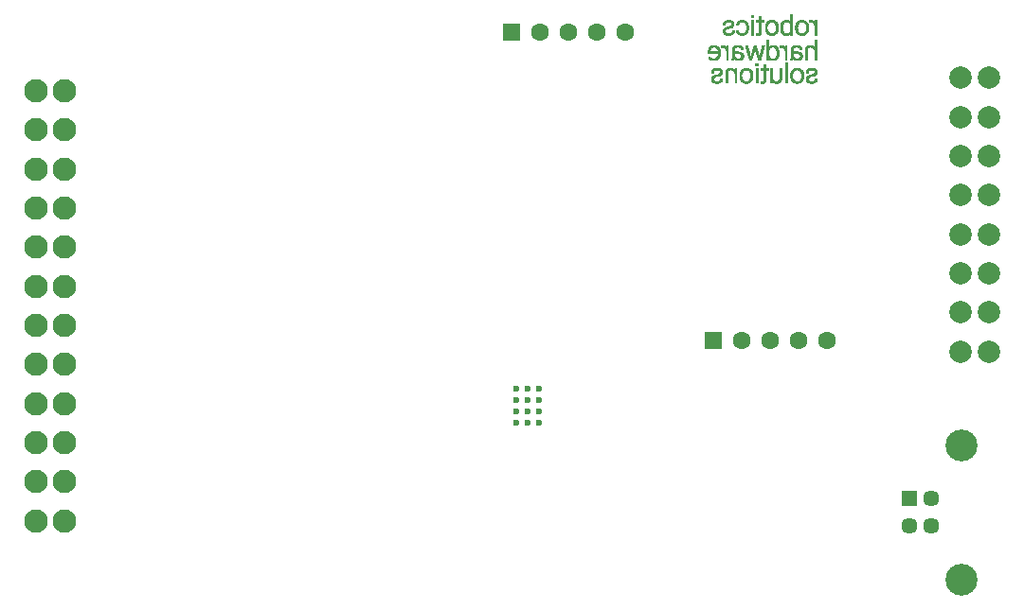
<source format=gbs>
G04*
G04 #@! TF.GenerationSoftware,Altium Limited,Altium Designer,22.8.2 (66)*
G04*
G04 Layer_Color=16711935*
%FSLAX25Y25*%
%MOIN*%
G70*
G04*
G04 #@! TF.SameCoordinates,809C7C0D-4B7E-4495-91C7-DCE54D4B07AE*
G04*
G04*
G04 #@! TF.FilePolarity,Negative*
G04*
G01*
G75*
%ADD97C,0.07874*%
%ADD98R,0.06299X0.06299*%
%ADD99C,0.06299*%
%ADD100R,0.05709X0.05709*%
%ADD101C,0.05709*%
%ADD102C,0.11221*%
%ADD103C,0.08268*%
%ADD104C,0.02362*%
%ADD124C,0.00100*%
D97*
X354823Y-37795D02*
D03*
X344980D02*
D03*
X354823Y-51575D02*
D03*
X344980D02*
D03*
X354823Y-65354D02*
D03*
X344980D02*
D03*
X354823Y-79134D02*
D03*
X344980D02*
D03*
X354823Y-92913D02*
D03*
X344980D02*
D03*
X354823Y-106693D02*
D03*
X344980D02*
D03*
X354823Y-120472D02*
D03*
X344980D02*
D03*
X354823Y-134252D02*
D03*
X344980D02*
D03*
D98*
X186969Y-21654D02*
D03*
X257953Y-130512D02*
D03*
D99*
X196968Y-21654D02*
D03*
X206968D02*
D03*
X216968D02*
D03*
X226969D02*
D03*
X267953Y-130512D02*
D03*
X277953D02*
D03*
X287953D02*
D03*
X297953D02*
D03*
D100*
X326811Y-186008D02*
D03*
D101*
Y-195850D02*
D03*
X334685D02*
D03*
Y-186008D02*
D03*
D102*
X345354Y-214630D02*
D03*
Y-167228D02*
D03*
D103*
X29528Y-42323D02*
D03*
X19685D02*
D03*
Y-111221D02*
D03*
X29528D02*
D03*
Y-97441D02*
D03*
X19685Y-97441D02*
D03*
Y-56102D02*
D03*
X29528D02*
D03*
X19685Y-69882D02*
D03*
X29528D02*
D03*
X19685Y-83661D02*
D03*
X29528D02*
D03*
Y-152559D02*
D03*
X19685D02*
D03*
X29528Y-138779D02*
D03*
X19685D02*
D03*
X29528Y-125000D02*
D03*
X19685D02*
D03*
Y-166339D02*
D03*
X29528D02*
D03*
Y-180118D02*
D03*
Y-193898D02*
D03*
X19685Y-180118D02*
D03*
Y-193898D02*
D03*
D104*
X188779Y-155315D02*
D03*
X192717D02*
D03*
X196653D02*
D03*
X188779Y-159252D02*
D03*
X196653D02*
D03*
X192717D02*
D03*
X196653Y-151378D02*
D03*
X192717D02*
D03*
X188779D02*
D03*
X196653Y-147441D02*
D03*
X192717D02*
D03*
X188779D02*
D03*
D124*
X276776Y-29394D02*
X277376D01*
X291976Y-17394D02*
X292376D01*
X288776D02*
X289276D01*
X291676Y-17494D02*
X292776D01*
X293476D02*
X294176D01*
X288276D02*
X289776D01*
X293476Y-17594D02*
X294176D01*
X291676D02*
X292976D01*
X288076D02*
X290076D01*
X291676Y-17694D02*
X293176D01*
X293476D02*
X294176D01*
X287876D02*
X290276D01*
X291676Y-17794D02*
X293276D01*
X293476D02*
X294176D01*
X287676D02*
X290376D01*
X293476Y-17894D02*
X294176D01*
X291676D02*
X293376D01*
X287576D02*
X290476D01*
X293476Y-17994D02*
X294176D01*
X291676D02*
X293376D01*
X289376D02*
X290576D01*
X287476D02*
X288776D01*
X289676Y-18094D02*
X290676D01*
X292576D02*
X294176D01*
X287376D02*
X288476D01*
X292776Y-18194D02*
X294176D01*
X285076Y-15394D02*
X285676D01*
X285076Y-15494D02*
X285676D01*
X285076Y-15594D02*
X285676D01*
X285076Y-15694D02*
X285676D01*
X285076Y-15794D02*
X285676D01*
X285076Y-15894D02*
X285676D01*
X285076Y-15994D02*
X285676D01*
X285076Y-16094D02*
X285676D01*
X285076Y-16194D02*
X285676D01*
X285076Y-16294D02*
X285676D01*
X285076Y-16394D02*
X285676D01*
X285076Y-16494D02*
X285676D01*
X285076Y-16594D02*
X285676D01*
X285076Y-16694D02*
X285676D01*
X285076Y-16794D02*
X285676D01*
X285076Y-16894D02*
X285676D01*
X285076Y-16994D02*
X285676D01*
X285076Y-17094D02*
X285676D01*
X285076Y-17194D02*
X285676D01*
X285076Y-17294D02*
X285676D01*
X285076Y-17394D02*
X285676D01*
X285076Y-17494D02*
X285676D01*
X282876D02*
X284276D01*
X285076Y-17594D02*
X285676D01*
X285076Y-17694D02*
X285676D01*
X282476D02*
X284676D01*
X285076Y-17794D02*
X285676D01*
X285076Y-17894D02*
X285676D01*
X285076Y-17994D02*
X285676D01*
X283876D02*
X284976D01*
X284276Y-18094D02*
X285676D01*
X293276Y-18594D02*
X294176D01*
X293376Y-18794D02*
X294176D01*
X293376Y-18894D02*
X294176D01*
X293476Y-18994D02*
X294176D01*
X293476Y-19094D02*
X294176D01*
X293476Y-19194D02*
X294176D01*
X293476Y-19294D02*
X294176D01*
X293476Y-19394D02*
X294176D01*
X293476Y-19494D02*
X294176D01*
X293476Y-19594D02*
X294176D01*
X293476Y-19694D02*
X294176D01*
X293476Y-19794D02*
X294176D01*
X293476Y-19894D02*
X294176D01*
X293476Y-19994D02*
X294176D01*
X293476Y-20094D02*
X294176D01*
X293476Y-20194D02*
X294176D01*
X293476Y-20294D02*
X294176D01*
X293476Y-20394D02*
X294176D01*
X293476Y-20494D02*
X294176D01*
X293476Y-20594D02*
X294176D01*
X293476Y-20694D02*
X294176D01*
X293476Y-20794D02*
X294176D01*
X293476Y-20894D02*
X294176D01*
X293476Y-20994D02*
X294176D01*
X293476Y-21094D02*
X294176D01*
X293476Y-21194D02*
X294176D01*
X293476Y-21294D02*
X294176D01*
X292976Y-18294D02*
X294176D01*
X293076Y-18394D02*
X294176D01*
X293176Y-18494D02*
X294176D01*
X290276Y-18594D02*
X291076D01*
X293276Y-18694D02*
X294176D01*
X290276D02*
X291076D01*
X290376Y-18794D02*
X291176D01*
X290476Y-18894D02*
X291176D01*
X290476Y-18994D02*
X291176D01*
X290576Y-19094D02*
X291276D01*
X290576Y-19194D02*
X291276D01*
X290576Y-19294D02*
X291276D01*
X290576Y-19394D02*
X291276D01*
X290676Y-19494D02*
X291276D01*
X290676Y-19594D02*
X291376D01*
X290676Y-19694D02*
X291376D01*
X290676Y-19794D02*
X291376D01*
X290676Y-19894D02*
X291376D01*
X290676Y-19994D02*
X291376D01*
X290676Y-20094D02*
X291376D01*
X290676Y-20194D02*
X291376D01*
X290676Y-20294D02*
X291376D01*
X290676Y-20394D02*
X291376D01*
X290676Y-20494D02*
X291376D01*
X290676Y-20594D02*
X291276D01*
X290576Y-20694D02*
X291276D01*
X290576Y-20794D02*
X291276D01*
X290576Y-20894D02*
X291276D01*
X290576Y-20994D02*
X291276D01*
X290476Y-21094D02*
X291176D01*
X290476Y-21194D02*
X291176D01*
X290376Y-21294D02*
X291176D01*
X293476Y-21394D02*
X294176D01*
X293476Y-21494D02*
X294176D01*
X293476Y-21594D02*
X294176D01*
X293476Y-21694D02*
X294176D01*
X293476Y-21794D02*
X294176D01*
X293476Y-21894D02*
X294176D01*
X293476Y-21994D02*
X294176D01*
X293476Y-22094D02*
X294176D01*
X293476Y-22194D02*
X294176D01*
X293476Y-22294D02*
X294176D01*
X293476Y-22394D02*
X294176D01*
X293476Y-22494D02*
X294176D01*
X293476Y-22594D02*
X294176D01*
X293476Y-24294D02*
X294176D01*
X293476Y-24394D02*
X294176D01*
X293476Y-24494D02*
X294176D01*
X293476Y-24594D02*
X294176D01*
X293476Y-24694D02*
X294176D01*
X293476Y-24794D02*
X294176D01*
X293476Y-24894D02*
X294176D01*
X293476Y-24994D02*
X294176D01*
X293476Y-25094D02*
X294176D01*
X293476Y-25194D02*
X294176D01*
X293476Y-25494D02*
X294176D01*
X293476Y-25894D02*
X294176D01*
X293476Y-25994D02*
X294176D01*
X293476Y-26094D02*
X294176D01*
X293476Y-26194D02*
X294176D01*
X293476Y-26294D02*
X294176D01*
X293476Y-26494D02*
X294176D01*
X293476Y-26594D02*
X294176D01*
X293476Y-26794D02*
X294176D01*
X290376Y-21394D02*
X291076D01*
X290276Y-21494D02*
X291076D01*
X293476Y-25294D02*
X294176D01*
X293476Y-25394D02*
X294176D01*
X293476Y-25594D02*
X294176D01*
X293476Y-25694D02*
X294176D01*
X293476Y-25794D02*
X294176D01*
X291376Y-26294D02*
X292376D01*
X293476Y-26394D02*
X294176D01*
X291076D02*
X292676D01*
X290876Y-26494D02*
X292876D01*
X290776Y-26594D02*
X293076D01*
X293476Y-26694D02*
X294176D01*
X290676D02*
X293176D01*
X290576Y-26794D02*
X293276D01*
X293476Y-26894D02*
X294176D01*
X290476D02*
X291676D01*
X292376D02*
X293376D01*
X290476Y-26994D02*
X291376D01*
X292676D02*
X294176D01*
X290376Y-27094D02*
X291276D01*
X292776D02*
X294176D01*
X292976Y-27194D02*
X294176D01*
X290376D02*
X291176D01*
X293076Y-27294D02*
X294176D01*
X290376D02*
X291076D01*
X293176Y-27394D02*
X294176D01*
X290376D02*
X291076D01*
X293176Y-27494D02*
X294176D01*
X293276Y-27594D02*
X294176D01*
X293376Y-27694D02*
X294176D01*
X293376Y-27794D02*
X294176D01*
X289876Y-18194D02*
X290776D01*
X287276D02*
X288276D01*
X289976Y-18294D02*
X290876D01*
X287176D02*
X288076D01*
X290076Y-18394D02*
X290976D01*
X287176D02*
X287976D01*
X290176Y-18494D02*
X290976D01*
X287076D02*
X287876D01*
X287076Y-18594D02*
X287876D01*
X286976Y-18694D02*
X287776D01*
X286976Y-18794D02*
X287676D01*
X286876Y-18894D02*
X287676D01*
X286876Y-18994D02*
X287576D01*
X286876Y-19094D02*
X287576D01*
X286876Y-19194D02*
X287576D01*
X286776Y-19294D02*
X287476D01*
X286776Y-19394D02*
X287476D01*
X286776Y-19494D02*
X287476D01*
X286776Y-19594D02*
X287476D01*
X286776Y-19894D02*
X287376D01*
X286776Y-19994D02*
X287376D01*
X286776Y-20094D02*
X287376D01*
X286776Y-20194D02*
X287376D01*
X286776Y-20294D02*
X287376D01*
X286776Y-20394D02*
X287376D01*
X286776Y-20494D02*
X287476D01*
X286776Y-20594D02*
X287476D01*
X286776Y-20694D02*
X287476D01*
X286776Y-20794D02*
X287476D01*
X286876Y-20894D02*
X287476D01*
X286876Y-20994D02*
X287576D01*
X286876Y-21094D02*
X287576D01*
X284476Y-18194D02*
X285676D01*
X284576Y-18294D02*
X285676D01*
X284676Y-18394D02*
X285676D01*
X284776Y-18494D02*
X285676D01*
X284876Y-18594D02*
X285676D01*
X284876Y-18694D02*
X285676D01*
X284976Y-18794D02*
X285676D01*
X284976Y-18894D02*
X285676D01*
X285076Y-18994D02*
X285676D01*
X285076Y-19094D02*
X285676D01*
X285076Y-19194D02*
X285676D01*
X285076Y-19294D02*
X285676D01*
X285076Y-19394D02*
X285676D01*
X285076Y-19494D02*
X285676D01*
X285076Y-19594D02*
X285676D01*
X286776Y-19694D02*
X287376D01*
X285076D02*
X285676D01*
X286776Y-19794D02*
X287376D01*
X285076D02*
X285676D01*
X285076Y-19894D02*
X285676D01*
X285076Y-19994D02*
X285676D01*
X285076Y-20094D02*
X285676D01*
X285076Y-20194D02*
X285676D01*
X285076Y-20294D02*
X285676D01*
X285076Y-20394D02*
X285676D01*
X285076Y-20494D02*
X285676D01*
X285076Y-20594D02*
X285676D01*
X285076Y-20694D02*
X285676D01*
X285076Y-20794D02*
X285676D01*
X285076Y-20894D02*
X285676D01*
X285076Y-20994D02*
X285676D01*
X285076Y-21094D02*
X285676D01*
X286976Y-21394D02*
X287776D01*
X287076Y-21494D02*
X287776D01*
X290176Y-21594D02*
X290976D01*
X287076D02*
X287876D01*
X290076Y-21694D02*
X290976D01*
X287176D02*
X287976D01*
X289976Y-21794D02*
X290876D01*
X287176D02*
X288076D01*
X289876Y-21894D02*
X290776D01*
X287276D02*
X288276D01*
X289676Y-21994D02*
X290776D01*
X287376D02*
X288376D01*
X289376Y-22094D02*
X290676D01*
X287476D02*
X288676D01*
X287576Y-22194D02*
X290576D01*
X287676Y-22294D02*
X290376D01*
X287876Y-22394D02*
X290276D01*
X287976Y-22494D02*
X290076D01*
X288276Y-22594D02*
X289876D01*
X288676Y-22694D02*
X289376D01*
X287576Y-26894D02*
X288676D01*
X287876Y-26994D02*
X288776D01*
X287976Y-27094D02*
X288876D01*
X288076Y-27194D02*
X288976D01*
X288176Y-27294D02*
X288976D01*
X288276Y-27394D02*
X288976D01*
X288376Y-27494D02*
X289076D01*
X290276D02*
X290976D01*
X288376Y-27594D02*
X289076D01*
X290276D02*
X290976D01*
X290276Y-27694D02*
X290976D01*
X288376D02*
X289076D01*
X286876Y-21194D02*
X287676D01*
X285076D02*
X285676D01*
X286976Y-21294D02*
X287676D01*
X284976D02*
X285676D01*
X284976Y-21394D02*
X285676D01*
X284876Y-21494D02*
X285676D01*
X284776Y-21594D02*
X285676D01*
X284676Y-21694D02*
X285676D01*
X284576Y-21794D02*
X285676D01*
X284476Y-21894D02*
X285676D01*
X284276Y-21994D02*
X285676D01*
X283976Y-22094D02*
X285676D01*
X285076Y-22194D02*
X285676D01*
X285076Y-22294D02*
X285676D01*
X285076Y-22394D02*
X285676D01*
X285076Y-22494D02*
X285676D01*
X285076Y-22594D02*
X285676D01*
X286576Y-26294D02*
X287576D01*
X286176Y-26394D02*
X287976D01*
X285976Y-26494D02*
X288176D01*
X285776Y-26594D02*
X288376D01*
X285676Y-26694D02*
X288476D01*
X285576Y-26794D02*
X288576D01*
X285476Y-26894D02*
X286576D01*
X285476Y-26994D02*
X286376D01*
X285376Y-27094D02*
X286276D01*
X285376Y-27194D02*
X286076D01*
X285276Y-27294D02*
X286076D01*
X285276Y-27394D02*
X285976D01*
X285276Y-27494D02*
X285976D01*
X285176Y-27594D02*
X285876D01*
X285176Y-27694D02*
X285876D01*
X282276Y-17794D02*
X284776D01*
X282176Y-17894D02*
X284876D01*
X283276Y-17394D02*
X283776D01*
X282576Y-17594D02*
X284476D01*
X282176Y-17994D02*
X283376D01*
X282076Y-18094D02*
X283076D01*
X281976Y-18194D02*
X282876D01*
X281876Y-18294D02*
X282776D01*
X281876Y-18394D02*
X282676D01*
X281776Y-18594D02*
X282576D01*
X281776Y-18494D02*
X282576D01*
X281776Y-18694D02*
X282476D01*
X281676Y-18794D02*
X282476D01*
X281676Y-18894D02*
X282376D01*
X281676Y-18994D02*
X282376D01*
X281676Y-19094D02*
X282276D01*
X281576Y-19194D02*
X282276D01*
X281576Y-19294D02*
X282276D01*
X281576Y-19394D02*
X282276D01*
X281576Y-19494D02*
X282276D01*
X281576Y-19594D02*
X282276D01*
X281576Y-19694D02*
X282176D01*
X280076Y-19594D02*
X280676D01*
X280076Y-19694D02*
X280676D01*
X280076Y-19794D02*
X280676D01*
X279976Y-19194D02*
X280676D01*
X279976Y-19294D02*
X280676D01*
X279976Y-19394D02*
X280676D01*
X279976Y-19494D02*
X280676D01*
X279876Y-18994D02*
X280576D01*
X279876Y-19094D02*
X280576D01*
X279776Y-18894D02*
X280576D01*
X281776Y-21394D02*
X282476D01*
X281676Y-21294D02*
X282476D01*
X281676Y-21094D02*
X282376D01*
X281676Y-20994D02*
X282376D01*
X281676Y-21194D02*
X282376D01*
X281576Y-20594D02*
X282276D01*
X281576Y-20794D02*
X282276D01*
X281576Y-20694D02*
X282276D01*
X281576Y-20894D02*
X282276D01*
X281576Y-20494D02*
X282276D01*
X281576Y-19794D02*
X282176D01*
X281576Y-19894D02*
X282176D01*
X281576Y-20094D02*
X282176D01*
X281576Y-20294D02*
X282176D01*
X281576Y-19994D02*
X282176D01*
X281576Y-20194D02*
X282176D01*
X281576Y-20394D02*
X282176D01*
X280076Y-19894D02*
X280776D01*
X280076Y-19994D02*
X280776D01*
X280076Y-20194D02*
X280776D01*
X280076Y-20094D02*
X280776D01*
X280076Y-20294D02*
X280676D01*
X280076Y-20494D02*
X280676D01*
X280076Y-20594D02*
X280676D01*
X280076Y-20394D02*
X280676D01*
X279976Y-20794D02*
X280676D01*
X279976Y-20894D02*
X280676D01*
X279976Y-20694D02*
X280676D01*
X279876Y-20994D02*
X280676D01*
X279876Y-21094D02*
X280576D01*
X279876Y-21194D02*
X280576D01*
X279776Y-21294D02*
X280576D01*
X279776Y-18794D02*
X280476D01*
X279676Y-18594D02*
X280476D01*
X279676Y-18694D02*
X280476D01*
X279576Y-18494D02*
X280376D01*
X279476Y-18394D02*
X280276D01*
X279376Y-18294D02*
X280276D01*
X279176Y-18194D02*
X280176D01*
X279076Y-18094D02*
X280076D01*
X278676Y-17994D02*
X279976D01*
X278176Y-17394D02*
X278676D01*
X277676Y-17494D02*
X279176D01*
X277376Y-17594D02*
X279476D01*
X277276Y-17694D02*
X279576D01*
X277076Y-17794D02*
X279776D01*
X276976Y-17894D02*
X279876D01*
X276876Y-17994D02*
X278176D01*
X276776Y-18094D02*
X277876D01*
X276676Y-18194D02*
X277676D01*
X276576Y-18294D02*
X277476D01*
X276576Y-18394D02*
X277376D01*
X276476Y-18494D02*
X277276D01*
X276376Y-18594D02*
X277176D01*
X276376Y-18694D02*
X277176D01*
X276376Y-18794D02*
X277076D01*
X276276Y-18894D02*
X277076D01*
X276276Y-18994D02*
X276976D01*
X276276Y-19094D02*
X276976D01*
X274076Y-16194D02*
X274776D01*
X274076Y-16294D02*
X274776D01*
X274076Y-16994D02*
X274776D01*
X274076Y-18094D02*
X274776D01*
X274076Y-18394D02*
X274776D01*
X276376Y-21394D02*
X277176D01*
X276376Y-21294D02*
X277076D01*
X276276Y-21094D02*
X276976D01*
X276276Y-21194D02*
X276976D01*
X276276Y-20994D02*
X276976D01*
X276176Y-19194D02*
X276876D01*
X276176Y-20794D02*
X276876D01*
X276176Y-20594D02*
X276876D01*
X276176Y-20894D02*
X276876D01*
X276176Y-19394D02*
X276876D01*
X276176Y-19294D02*
X276876D01*
X276176Y-19494D02*
X276876D01*
X276176Y-20694D02*
X276876D01*
X276176Y-20094D02*
X276776D01*
X276176Y-19794D02*
X276776D01*
X276176Y-20294D02*
X276776D01*
X276176Y-19994D02*
X276776D01*
X276176Y-19694D02*
X276776D01*
X276176Y-19594D02*
X276776D01*
X276176Y-20494D02*
X276776D01*
X276176Y-19894D02*
X276776D01*
X276176Y-20394D02*
X276776D01*
X276176Y-20194D02*
X276776D01*
X274076Y-19194D02*
X274776D01*
X274076Y-19794D02*
X274776D01*
X274076Y-19294D02*
X274776D01*
X274076Y-19894D02*
X274776D01*
X274076Y-20294D02*
X274776D01*
X274076Y-20094D02*
X274776D01*
X274076Y-20594D02*
X274776D01*
X274076Y-19994D02*
X274776D01*
X274076Y-20194D02*
X274776D01*
X282176Y-22194D02*
X284976D01*
X282276Y-22294D02*
X284876D01*
X282476Y-22394D02*
X284676D01*
X282576Y-22494D02*
X284576D01*
X283276Y-22694D02*
X283876D01*
X282776Y-22594D02*
X284276D01*
X283176Y-26394D02*
X283776D01*
X283176Y-26494D02*
X283776D01*
X282176Y-22094D02*
X283376D01*
X282076Y-21994D02*
X283076D01*
X281976Y-21894D02*
X282876D01*
X281876Y-21794D02*
X282776D01*
X281876Y-21694D02*
X282676D01*
X281776Y-21494D02*
X282576D01*
X281776Y-21594D02*
X282576D01*
X281376Y-26494D02*
X282676D01*
X281376Y-26394D02*
X282576D01*
X281376Y-26294D02*
X282276D01*
X279676Y-21494D02*
X280476D01*
X279676Y-21394D02*
X280476D01*
X279576Y-21594D02*
X280376D01*
X279476Y-21694D02*
X280376D01*
X279376Y-21794D02*
X280276D01*
X279276Y-21894D02*
X280176D01*
X279076Y-21994D02*
X280076D01*
X278776Y-22094D02*
X279976D01*
X278476Y-26294D02*
X279376D01*
X278076Y-26394D02*
X279676D01*
X277076Y-22294D02*
X279776D01*
X277176Y-22394D02*
X279676D01*
X277376Y-22494D02*
X279476D01*
X278076Y-22694D02*
X278776D01*
X283176Y-26594D02*
X283776D01*
X283176Y-26694D02*
X283776D01*
X283176Y-26894D02*
X283776D01*
X283176Y-26794D02*
X283776D01*
X283076Y-27794D02*
X283776D01*
X283076Y-27694D02*
X283776D01*
X282976Y-27594D02*
X283776D01*
X282976Y-27494D02*
X283776D01*
X282876Y-27394D02*
X283776D01*
X282776Y-27294D02*
X283776D01*
X282676Y-27194D02*
X283776D01*
X282576Y-27094D02*
X283776D01*
X282376Y-26994D02*
X283776D01*
X281976Y-26894D02*
X283076D01*
X281376Y-26794D02*
X283076D01*
X281376Y-26694D02*
X282976D01*
X281376Y-26594D02*
X282876D01*
X281376Y-26894D02*
X281676D01*
X280076Y-27694D02*
X280776D01*
X280076Y-27794D02*
X280776D01*
X279976Y-27594D02*
X280776D01*
X279976Y-27494D02*
X280676D01*
X279876Y-27394D02*
X280676D01*
X279776Y-27294D02*
X280576D01*
X279676Y-27194D02*
X280576D01*
X279576Y-27094D02*
X280476D01*
X279476Y-26994D02*
X280476D01*
X279176Y-26894D02*
X280376D01*
X277776Y-26594D02*
X280076D01*
X277676Y-26694D02*
X280176D01*
X277576Y-26794D02*
X280276D01*
X277876Y-26494D02*
X279876D01*
X277676Y-22594D02*
X279176D01*
X276976Y-22194D02*
X279876D01*
X276876Y-22094D02*
X278076D01*
X276776Y-21994D02*
X277776D01*
X276676Y-21894D02*
X277576D01*
X276776Y-25794D02*
X277376D01*
X276776Y-25594D02*
X277376D01*
X276776Y-25494D02*
X277376D01*
X276776Y-25894D02*
X277376D01*
X276776Y-25194D02*
X277376D01*
X276776Y-24794D02*
X277376D01*
X276776Y-25994D02*
X277376D01*
X276776Y-24694D02*
X277376D01*
X276776Y-24594D02*
X277376D01*
X276776Y-24494D02*
X277376D01*
X276776Y-24394D02*
X277376D01*
X276776Y-25694D02*
X277376D01*
X276776Y-25294D02*
X277376D01*
X276776Y-24294D02*
X277376D01*
X276776Y-25394D02*
X277376D01*
X276776Y-26094D02*
X277376D01*
X276776Y-24894D02*
X277376D01*
X276776Y-24994D02*
X277376D01*
X276776Y-25094D02*
X277376D01*
X276776Y-26194D02*
X277376D01*
X276576Y-21794D02*
X277476D01*
X276476Y-21694D02*
X277376D01*
X276476Y-21594D02*
X277276D01*
X276376Y-21494D02*
X277176D01*
X274076Y-21594D02*
X274776D01*
X274076Y-21694D02*
X274776D01*
X274076Y-21794D02*
X274776D01*
X277476Y-26894D02*
X278376D01*
X276776Y-26994D02*
X278176D01*
X276776Y-27094D02*
X277976D01*
X276776Y-27194D02*
X277876D01*
X276776Y-27294D02*
X277776D01*
X276776Y-27394D02*
X277676D01*
X276776Y-27594D02*
X277576D01*
X276776Y-27494D02*
X277576D01*
X276776Y-27694D02*
X277476D01*
X276776Y-27794D02*
X277476D01*
X276776Y-26794D02*
X277376D01*
X276776Y-26394D02*
X277376D01*
X276776Y-26594D02*
X277376D01*
X276776Y-26694D02*
X277376D01*
X276776Y-26894D02*
X277376D01*
X276776Y-26294D02*
X277376D01*
X276776Y-26494D02*
X277376D01*
X275176Y-26394D02*
X275876D01*
X275076Y-26694D02*
X275776D01*
X275076Y-26594D02*
X275776D01*
X275076Y-26494D02*
X275776D01*
X275076Y-26794D02*
X275776D01*
X274976Y-26894D02*
X275676D01*
X274976Y-26994D02*
X275676D01*
X274976Y-27094D02*
X275676D01*
X274976Y-27194D02*
X275576D01*
X274876Y-27394D02*
X275576D01*
X274876Y-27294D02*
X275576D01*
X274876Y-27494D02*
X275576D01*
X274776Y-27594D02*
X275476D01*
X274776Y-27694D02*
X275476D01*
X274776Y-27794D02*
X275476D01*
X290276D02*
X290976D01*
X293476Y-27894D02*
X294176D01*
X290276D02*
X290876D01*
X293476Y-27994D02*
X294176D01*
X290276D02*
X290876D01*
X293476Y-28094D02*
X294176D01*
X293476Y-28194D02*
X294176D01*
X293476Y-28294D02*
X294176D01*
X293476Y-28394D02*
X294176D01*
X293476Y-28494D02*
X294176D01*
X293476Y-28594D02*
X294176D01*
X293476Y-28694D02*
X294176D01*
X290276D02*
X290876D01*
X293476Y-28794D02*
X294176D01*
X293476Y-28894D02*
X294176D01*
X290276D02*
X290876D01*
X293476Y-28994D02*
X294176D01*
X293476Y-29094D02*
X294176D01*
X293476Y-29194D02*
X294176D01*
X290276D02*
X290876D01*
X293476Y-29294D02*
X294176D01*
X293476Y-29394D02*
X294176D01*
X293476Y-29494D02*
X294176D01*
X290276D02*
X290876D01*
X293476Y-29594D02*
X294176D01*
X290276D02*
X290876D01*
X293476Y-29694D02*
X294176D01*
X293476Y-29794D02*
X294176D01*
X293476Y-29894D02*
X294176D01*
X293476Y-29994D02*
X294176D01*
X293476Y-30094D02*
X294176D01*
X293476Y-30194D02*
X294176D01*
X288376Y-27794D02*
X289076D01*
X290276Y-28094D02*
X290876D01*
X290276Y-28194D02*
X290876D01*
X290276Y-28294D02*
X290876D01*
X290276Y-28394D02*
X290876D01*
X290276Y-28494D02*
X290876D01*
X290276Y-28594D02*
X290876D01*
X290276Y-28794D02*
X290876D01*
X290276Y-28994D02*
X290876D01*
X287076D02*
X288676D01*
X290276Y-29094D02*
X290876D01*
X287576D02*
X288776D01*
X287876Y-29194D02*
X288876D01*
X290276Y-29294D02*
X290876D01*
X288076D02*
X288976D01*
X290276Y-29394D02*
X290876D01*
X288176D02*
X289076D01*
X288276Y-29494D02*
X289076D01*
X288376Y-29594D02*
X289076D01*
X290276Y-29694D02*
X290876D01*
X288476D02*
X289176D01*
X290276Y-29794D02*
X290876D01*
X288476D02*
X289176D01*
X290276Y-29894D02*
X290876D01*
X288476D02*
X289176D01*
X290276Y-29994D02*
X290876D01*
X288476D02*
X289176D01*
X290276Y-30094D02*
X290876D01*
X288476D02*
X289176D01*
X290276Y-30194D02*
X290876D01*
X288476D02*
X289176D01*
X290276Y-30294D02*
X290876D01*
X293476D02*
X294176D01*
X293476Y-30394D02*
X294176D01*
X293476Y-30494D02*
X294176D01*
X293476Y-30594D02*
X294176D01*
X293476Y-30694D02*
X294176D01*
X293476Y-30794D02*
X294176D01*
X293476Y-30894D02*
X294176D01*
X293476Y-30994D02*
X294176D01*
X293476Y-31094D02*
X294176D01*
X293476Y-31194D02*
X294176D01*
X293476Y-31294D02*
X294176D01*
X293476Y-31394D02*
X294176D01*
X291676Y-34394D02*
X293176D01*
X291376Y-34494D02*
X293476D01*
X291176Y-34594D02*
X293576D01*
X291076Y-34694D02*
X293776D01*
X290876Y-34794D02*
X293876D01*
X292676Y-34894D02*
X293976D01*
X290876D02*
X292176D01*
X293076Y-34994D02*
X294076D01*
X290776D02*
X291776D01*
X293176Y-35094D02*
X294076D01*
X290676D02*
X291676D01*
X293376Y-35194D02*
X294176D01*
X290676D02*
X291476D01*
X293476Y-35294D02*
X294176D01*
X290576D02*
X291376D01*
X293476Y-35394D02*
X294176D01*
X290576D02*
X291276D01*
X293576Y-35494D02*
X294276D01*
X290576D02*
X291276D01*
X293576Y-35594D02*
X294276D01*
X288476Y-30294D02*
X289176D01*
X290276Y-30394D02*
X290876D01*
X288476D02*
X289176D01*
X290276Y-30494D02*
X290876D01*
X288376D02*
X289176D01*
X290276Y-30594D02*
X290876D01*
X288276D02*
X289076D01*
X290276Y-30694D02*
X290876D01*
X288176D02*
X289076D01*
X290276Y-30794D02*
X290876D01*
X288076D02*
X289076D01*
X290276Y-30894D02*
X290876D01*
X287876D02*
X288976D01*
X290276Y-30994D02*
X290876D01*
X285976D02*
X288876D01*
X290276Y-31094D02*
X290876D01*
X286076D02*
X288776D01*
X290276Y-31194D02*
X290876D01*
X286176D02*
X288676D01*
X290276Y-31294D02*
X290876D01*
X286376D02*
X288576D01*
X290276Y-31394D02*
X290876D01*
X286576D02*
X288376D01*
X286876Y-31494D02*
X288176D01*
X287576Y-34894D02*
X288876D01*
X287876Y-34994D02*
X288976D01*
X288076Y-35094D02*
X289076D01*
X288276Y-35194D02*
X289176D01*
X288376Y-35294D02*
X289176D01*
X288476Y-35394D02*
X289276D01*
X288576Y-35494D02*
X289376D01*
X288576Y-35594D02*
X289376D01*
X285176Y-27794D02*
X285876D01*
X285176Y-27894D02*
X285876D01*
X285176Y-27994D02*
X285876D01*
X285176Y-28094D02*
X285876D01*
X285176Y-28194D02*
X285876D01*
X285176Y-28294D02*
X285876D01*
X285176Y-28394D02*
X285876D01*
X285176Y-28494D02*
X287476D01*
X285176Y-28594D02*
X287976D01*
X285176Y-28694D02*
X288276D01*
X285176Y-28794D02*
X288476D01*
X285176Y-28894D02*
X288576D01*
X285176Y-28994D02*
X285876D01*
X285176Y-29094D02*
X285876D01*
X285176Y-29194D02*
X285876D01*
X285176Y-29294D02*
X285876D01*
X285176Y-29394D02*
X285876D01*
X285176Y-29494D02*
X285876D01*
X285176Y-29594D02*
X285876D01*
X285176Y-29694D02*
X285876D01*
X285176Y-29794D02*
X285876D01*
X285176Y-29894D02*
X285876D01*
X285176Y-29994D02*
X285876D01*
X285176Y-30094D02*
X285876D01*
X285176Y-30194D02*
X285976D01*
X285176Y-30294D02*
X286076D01*
X285176Y-30394D02*
X286076D01*
X285176Y-30494D02*
X286176D01*
X285176Y-30594D02*
X286376D01*
X285176Y-30694D02*
X286476D01*
X285176Y-30794D02*
X286676D01*
X285176Y-30894D02*
X286876D01*
X283076Y-27894D02*
X283776D01*
X283176Y-27994D02*
X283776D01*
X283176Y-28094D02*
X283776D01*
X283176Y-28194D02*
X283776D01*
X283176Y-28294D02*
X283776D01*
X283176Y-28394D02*
X283776D01*
X283176Y-28494D02*
X283776D01*
X283176Y-28594D02*
X283776D01*
X283176Y-28694D02*
X283776D01*
X283176Y-28794D02*
X283776D01*
X283176Y-28894D02*
X283776D01*
X283176Y-28994D02*
X283776D01*
X283176Y-29094D02*
X283776D01*
X283176Y-29194D02*
X283776D01*
X283176Y-29294D02*
X283776D01*
X283176Y-29394D02*
X283776D01*
X283176Y-29494D02*
X283776D01*
X283176Y-29594D02*
X283776D01*
X283176Y-29694D02*
X283776D01*
X283176Y-29794D02*
X283776D01*
X283176Y-29894D02*
X283776D01*
X283176Y-29994D02*
X283776D01*
X283176Y-30094D02*
X283776D01*
X283176Y-30194D02*
X283776D01*
X283176Y-30294D02*
X283776D01*
X283176Y-30394D02*
X283776D01*
X283176Y-30494D02*
X283776D01*
X283176Y-30594D02*
X283776D01*
X283176Y-30694D02*
X283776D01*
X283176Y-30794D02*
X283776D01*
X283176Y-30894D02*
X283776D01*
X283176Y-30994D02*
X283776D01*
X285176D02*
X285876D01*
X285076Y-31094D02*
X285776D01*
X285076Y-31194D02*
X285776D01*
X285076Y-31294D02*
X285776D01*
X285076Y-31394D02*
X285776D01*
X283276Y-32694D02*
X283876D01*
X283276Y-32794D02*
X283876D01*
X283276Y-32894D02*
X283876D01*
X283276Y-32994D02*
X283876D01*
X283276Y-33094D02*
X283876D01*
X283276Y-33194D02*
X283876D01*
X283276Y-33294D02*
X283876D01*
X283276Y-33394D02*
X283876D01*
X283276Y-33494D02*
X283876D01*
X283276Y-33694D02*
X283876D01*
X283276Y-33794D02*
X283876D01*
X283276Y-34094D02*
X283876D01*
X286576Y-34394D02*
X288076D01*
X286376Y-34494D02*
X288276D01*
X286176Y-34594D02*
X288476D01*
X285976Y-34694D02*
X288676D01*
X285876Y-34794D02*
X288776D01*
X285776Y-34894D02*
X287076D01*
X283276D02*
X283876D01*
X285676Y-34994D02*
X286776D01*
X285576Y-35094D02*
X286576D01*
X285476Y-35194D02*
X286376D01*
X285476Y-35294D02*
X286276D01*
X283276D02*
X283876D01*
X285376Y-35394D02*
X286176D01*
X285376Y-35494D02*
X286176D01*
X285276Y-35594D02*
X286076D01*
X283176Y-31094D02*
X283776D01*
X283176Y-31194D02*
X283776D01*
X283176Y-31294D02*
X283776D01*
X283176Y-31394D02*
X283776D01*
X283276Y-32294D02*
X283876D01*
X283276Y-32394D02*
X283876D01*
X283276Y-32494D02*
X283876D01*
X283276Y-32594D02*
X283876D01*
X283276Y-33594D02*
X283876D01*
X283276Y-33894D02*
X283876D01*
X283276Y-33994D02*
X283876D01*
X283276Y-34194D02*
X283876D01*
X283276Y-34294D02*
X283876D01*
X283276Y-34394D02*
X283876D01*
X281176D02*
X281876D01*
X283276Y-34494D02*
X283876D01*
X281176D02*
X281876D01*
X283276Y-34594D02*
X283876D01*
X283276Y-34694D02*
X283876D01*
X283276Y-34794D02*
X283876D01*
X281176D02*
X281876D01*
X281176Y-34894D02*
X281876D01*
X283276Y-34994D02*
X283876D01*
X281176D02*
X281876D01*
X283276Y-35094D02*
X283876D01*
X281176D02*
X281876D01*
X283276Y-35194D02*
X283876D01*
X281176D02*
X281876D01*
X281176Y-35294D02*
X281876D01*
X283276Y-35394D02*
X283876D01*
X281176D02*
X281876D01*
X283276Y-35494D02*
X283876D01*
X293576Y-35694D02*
X294276D01*
X293576Y-35794D02*
X294276D01*
X293576Y-35894D02*
X294276D01*
X293476Y-35994D02*
X294176D01*
X293476Y-36094D02*
X294176D01*
X293376Y-36194D02*
X294176D01*
X293176Y-36294D02*
X294176D01*
X292976Y-36394D02*
X294076D01*
X292776Y-36494D02*
X293976D01*
X292376Y-36594D02*
X293876D01*
X291976Y-36694D02*
X293776D01*
X291676Y-36794D02*
X293676D01*
X291376Y-36894D02*
X293476D01*
X293776Y-38094D02*
X294376D01*
X293676Y-38194D02*
X294376D01*
X293676Y-38294D02*
X294376D01*
X293676Y-38394D02*
X294376D01*
X293576Y-38494D02*
X294376D01*
X293576Y-38594D02*
X294276D01*
X293476Y-38694D02*
X294276D01*
X293276Y-38794D02*
X294176D01*
X293176Y-38894D02*
X294176D01*
X292876Y-38994D02*
X294076D01*
X290876Y-39094D02*
X293976D01*
X290976Y-39194D02*
X293876D01*
X291276Y-39394D02*
X293576D01*
X291976Y-39594D02*
X292876D01*
X290476Y-35594D02*
X291176D01*
X290476Y-35694D02*
X291176D01*
X290476Y-35794D02*
X291176D01*
X290476Y-35894D02*
X291176D01*
X288976Y-36694D02*
X289676D01*
X288976Y-36794D02*
X289676D01*
X288976Y-36894D02*
X289676D01*
X291176Y-36994D02*
X293176D01*
X288976D02*
X289676D01*
X290976Y-37094D02*
X292876D01*
X290876Y-37194D02*
X292476D01*
X288976D02*
X289676D01*
X290776Y-37294D02*
X292076D01*
X290676Y-37394D02*
X291776D01*
X290676Y-37494D02*
X291576D01*
X290576Y-37594D02*
X291476D01*
X290576Y-37694D02*
X291376D01*
X290476Y-37794D02*
X291276D01*
X290476Y-37894D02*
X291176D01*
X290476Y-37994D02*
X291176D01*
X290476Y-38094D02*
X291176D01*
X290476Y-38194D02*
X291176D01*
X290476Y-38294D02*
X291176D01*
X290476Y-38394D02*
X291176D01*
X290476Y-38494D02*
X291176D01*
X290576Y-38594D02*
X291276D01*
X290576Y-38694D02*
X291376D01*
X290576Y-38794D02*
X291476D01*
X290676Y-38894D02*
X291676D01*
X290776Y-38994D02*
X291976D01*
X291076Y-39294D02*
X293676D01*
X291476Y-39494D02*
X293276D01*
X288676Y-35694D02*
X289376D01*
X285276D02*
X285976D01*
X288676Y-35794D02*
X289476D01*
X285176D02*
X285976D01*
X288776Y-35894D02*
X289476D01*
X285176D02*
X285876D01*
X288776Y-35994D02*
X289576D01*
X285176D02*
X285876D01*
X288876Y-36094D02*
X289576D01*
X285076D02*
X285776D01*
X288876Y-36194D02*
X289576D01*
X285076D02*
X285776D01*
X288876Y-36294D02*
X289576D01*
X285076D02*
X285776D01*
X288876Y-36394D02*
X289576D01*
X285076D02*
X285776D01*
X288976Y-36494D02*
X289576D01*
X288976Y-36594D02*
X289576D01*
X285076Y-36794D02*
X285676D01*
X285076Y-36894D02*
X285676D01*
X288976Y-37094D02*
X289676D01*
X285076D02*
X285676D01*
X285076Y-37194D02*
X285676D01*
X288976Y-37294D02*
X289576D01*
X285076D02*
X285676D01*
X288976Y-37394D02*
X289576D01*
X288976Y-37494D02*
X289576D01*
X285076D02*
X285776D01*
X288876Y-37594D02*
X289576D01*
X285076D02*
X285776D01*
X288876Y-37694D02*
X289576D01*
X285076D02*
X285776D01*
X283276Y-35594D02*
X283876D01*
X283276Y-35694D02*
X283876D01*
X283276Y-35794D02*
X283876D01*
X283276Y-35894D02*
X283876D01*
X283276Y-35994D02*
X283876D01*
X283276Y-36094D02*
X283876D01*
X283276Y-36194D02*
X283876D01*
X281176D02*
X281876D01*
X283276Y-36294D02*
X283876D01*
X281176D02*
X281876D01*
X283276Y-36394D02*
X283876D01*
X285076Y-36494D02*
X285676D01*
X283276D02*
X283876D01*
X285076Y-36594D02*
X285676D01*
X283276D02*
X283876D01*
X285076Y-36694D02*
X285676D01*
X283276D02*
X283876D01*
X281176D02*
X281876D01*
X283276Y-36794D02*
X283876D01*
X283276Y-36894D02*
X283876D01*
X285076Y-36994D02*
X285676D01*
X283276D02*
X283876D01*
X281176D02*
X281876D01*
X283276Y-37094D02*
X283876D01*
X281176D02*
X281876D01*
X283276Y-37194D02*
X283876D01*
X283276Y-37294D02*
X283876D01*
X281176D02*
X281876D01*
X285076Y-37394D02*
X285676D01*
X283276D02*
X283876D01*
X283276Y-37494D02*
X283876D01*
X283276Y-37594D02*
X283876D01*
X288876Y-37794D02*
X289576D01*
X288876Y-37894D02*
X289576D01*
X288776Y-37994D02*
X289476D01*
X288776Y-38094D02*
X289476D01*
X288676Y-38194D02*
X289476D01*
X288676Y-38294D02*
X289376D01*
X288576Y-38394D02*
X289376D01*
X288476Y-38494D02*
X289276D01*
X288376Y-38594D02*
X289276D01*
X285376D02*
X286276D01*
X288276Y-38694D02*
X289176D01*
X285476D02*
X286376D01*
X285576Y-38794D02*
X286476D01*
X288176D02*
X289076D01*
X285676Y-38894D02*
X286676D01*
X287976D02*
X288976D01*
X287676Y-38994D02*
X288976D01*
X285776D02*
X286976D01*
X285876Y-39094D02*
X288876D01*
X285976Y-39194D02*
X288676D01*
X286076Y-39294D02*
X288576D01*
X286276Y-39394D02*
X288376D01*
X286476Y-39494D02*
X288176D01*
X286976Y-39594D02*
X287776D01*
X283276Y-37694D02*
X283876D01*
X283276Y-37794D02*
X283876D01*
X285076D02*
X285776D01*
X285176Y-37894D02*
X285876D01*
X283276D02*
X283876D01*
X285176Y-37994D02*
X285876D01*
X283276D02*
X283876D01*
X281176D02*
X281876D01*
X281176Y-38094D02*
X281876D01*
X283276D02*
X283876D01*
X285176D02*
X285876D01*
X285276Y-38194D02*
X285976D01*
X283276D02*
X283876D01*
X281176D02*
X281876D01*
X285276Y-38294D02*
X286076D01*
X283276D02*
X283876D01*
X285276Y-38394D02*
X286076D01*
X283276D02*
X283876D01*
X285376Y-38494D02*
X286176D01*
X283276D02*
X283876D01*
X283276Y-38594D02*
X283876D01*
X283276Y-38694D02*
X283876D01*
X283276Y-38794D02*
X283876D01*
X283276Y-38894D02*
X283876D01*
X283276Y-38994D02*
X283876D01*
X283276Y-39094D02*
X283876D01*
X283276Y-39194D02*
X283876D01*
X283276Y-39294D02*
X283876D01*
X283276Y-39394D02*
X283876D01*
X283276Y-39494D02*
X283876D01*
X280276Y-28494D02*
X280876D01*
X280276Y-28594D02*
X280876D01*
X280276Y-28694D02*
X280876D01*
X280276Y-28794D02*
X280876D01*
X280276Y-28894D02*
X280876D01*
X280276Y-28994D02*
X280876D01*
X280276Y-29094D02*
X280876D01*
X280276Y-29194D02*
X280876D01*
X280276Y-29294D02*
X280876D01*
X280276Y-29394D02*
X280876D01*
X280176Y-27994D02*
X280876D01*
X280176Y-28094D02*
X280876D01*
X280176Y-28294D02*
X280876D01*
X280176Y-28194D02*
X280876D01*
X280176Y-28394D02*
X280876D01*
X280176Y-29494D02*
X280876D01*
X280176Y-29594D02*
X280876D01*
X280176Y-29694D02*
X280876D01*
X280176Y-29794D02*
X280876D01*
X280176Y-29894D02*
X280876D01*
X280076Y-27894D02*
X280876D01*
X280076Y-29994D02*
X280776D01*
X280076Y-30094D02*
X280776D01*
X276776D02*
X277476D01*
X276776Y-28294D02*
X277376D01*
X276776Y-28394D02*
X277376D01*
X276776Y-28994D02*
X277376D01*
X276776Y-29094D02*
X277376D01*
X276776Y-29494D02*
X277376D01*
X276776Y-29694D02*
X277376D01*
X276776Y-29794D02*
X277376D01*
X281176Y-34594D02*
X281876D01*
X281176Y-34694D02*
X281876D01*
X279976Y-30194D02*
X280776D01*
X279976Y-30294D02*
X280676D01*
X279876Y-30394D02*
X280676D01*
X279876Y-30494D02*
X280576D01*
X279776Y-30594D02*
X280576D01*
X279676Y-30694D02*
X280476D01*
X279476Y-30794D02*
X280476D01*
X279276Y-30894D02*
X280376D01*
X278276Y-31494D02*
X279576D01*
X277676Y-31194D02*
X280076D01*
X277476Y-30994D02*
X280276D01*
X277576Y-31094D02*
X280176D01*
X277976Y-31394D02*
X279776D01*
X277776Y-31294D02*
X279976D01*
X277976Y-34494D02*
X278576D01*
X277976Y-34594D02*
X278576D01*
X277976Y-34694D02*
X278576D01*
X277976Y-35094D02*
X278576D01*
X277976Y-34394D02*
X278576D01*
X277976Y-34794D02*
X278576D01*
X277976Y-34894D02*
X278576D01*
X277976Y-34994D02*
X278576D01*
X276776Y-30894D02*
X278276D01*
X276776Y-30794D02*
X278076D01*
X276776Y-30694D02*
X277876D01*
X276776Y-30594D02*
X277776D01*
X276776Y-30494D02*
X277676D01*
X276776Y-30294D02*
X277576D01*
X276776Y-30394D02*
X277576D01*
X276776Y-30194D02*
X277476D01*
X276776Y-28694D02*
X277376D01*
X276776Y-28494D02*
X277376D01*
X276776Y-28094D02*
X277376D01*
X276776Y-28794D02*
X277376D01*
X276776Y-27994D02*
X277376D01*
X276776Y-27894D02*
X277376D01*
X276776Y-28894D02*
X277376D01*
X276776Y-28194D02*
X277376D01*
X276776Y-28594D02*
X277376D01*
X276776Y-29194D02*
X277376D01*
X276776Y-29294D02*
X277376D01*
X276776Y-29594D02*
X277376D01*
X274776Y-27894D02*
X275376D01*
X274676Y-27994D02*
X275376D01*
X274676Y-28194D02*
X275376D01*
X274676Y-28094D02*
X275376D01*
X274676Y-28294D02*
X275276D01*
X274576Y-28394D02*
X275276D01*
X274576Y-28494D02*
X275276D01*
X274576Y-28594D02*
X275176D01*
X274476Y-28694D02*
X275176D01*
X274476Y-28894D02*
X275176D01*
X274476Y-28794D02*
X275176D01*
X274476Y-28994D02*
X275076D01*
X274376Y-29094D02*
X275076D01*
X274376Y-29194D02*
X275076D01*
X274376Y-29294D02*
X274976D01*
X274376Y-29394D02*
X274976D01*
X274276Y-29494D02*
X274976D01*
X274276Y-29594D02*
X274876D01*
X274276Y-29694D02*
X274876D01*
X274176Y-29794D02*
X274876D01*
X276776Y-29894D02*
X277376D01*
X276776Y-29994D02*
X277376D01*
X276776Y-31394D02*
X277376D01*
X276776Y-30994D02*
X277376D01*
X276776Y-31094D02*
X277376D01*
X276776Y-31294D02*
X277376D01*
X276776Y-31194D02*
X277376D01*
X275676Y-34994D02*
X276276D01*
X275676Y-34094D02*
X276276D01*
X275676Y-34294D02*
X276276D01*
X275676Y-33994D02*
X276276D01*
X275676Y-33594D02*
X276276D01*
X275676Y-33894D02*
X276276D01*
X275676Y-33494D02*
X276276D01*
X275676Y-33694D02*
X276276D01*
X275676Y-35194D02*
X276276D01*
X275676Y-33294D02*
X276276D01*
X275676Y-33194D02*
X276276D01*
X275676Y-33794D02*
X276276D01*
X275676Y-34194D02*
X276276D01*
X275676Y-35094D02*
X276276D01*
X275676Y-33394D02*
X276276D01*
X274576Y-34494D02*
X277276D01*
X274576Y-34594D02*
X277276D01*
X274576Y-34694D02*
X277276D01*
X274576Y-34794D02*
X277276D01*
X274576Y-34394D02*
X277276D01*
X274576Y-34894D02*
X277276D01*
X274176Y-29894D02*
X274876D01*
X274176Y-29994D02*
X274776D01*
X274176Y-30094D02*
X274776D01*
X274076Y-30194D02*
X274776D01*
X281176Y-37194D02*
X281876D01*
X281176Y-36894D02*
X281876D01*
X281176Y-35994D02*
X281876D01*
X281176Y-37394D02*
X281876D01*
X281176Y-35494D02*
X281876D01*
X281176Y-36794D02*
X281876D01*
X281176Y-35894D02*
X281876D01*
X281176Y-35594D02*
X281876D01*
X281176Y-35794D02*
X281876D01*
X281176Y-35694D02*
X281876D01*
X281176Y-36594D02*
X281876D01*
X281176Y-36094D02*
X281876D01*
X281176Y-36494D02*
X281876D01*
X281176Y-36394D02*
X281876D01*
X281176Y-37494D02*
X281876D01*
X281176Y-37594D02*
X281876D01*
X281176Y-37694D02*
X281876D01*
X277976Y-36194D02*
X278576D01*
X277976Y-37194D02*
X278576D01*
X277976Y-37094D02*
X278576D01*
X277976Y-36294D02*
X278576D01*
X277976Y-35594D02*
X278576D01*
X277976Y-37394D02*
X278576D01*
X277976Y-37294D02*
X278576D01*
X277976Y-35894D02*
X278576D01*
X277976Y-36994D02*
X278576D01*
X277976Y-36494D02*
X278576D01*
X277976Y-35994D02*
X278576D01*
X277976Y-36094D02*
X278576D01*
X277976Y-35694D02*
X278576D01*
X277976Y-35794D02*
X278576D01*
X277976Y-37594D02*
X278576D01*
X281176Y-37794D02*
X281876D01*
X281176Y-37894D02*
X281876D01*
X281076Y-38294D02*
X281876D01*
X281076Y-38394D02*
X281776D01*
X281076Y-38494D02*
X281776D01*
X280976Y-38594D02*
X281776D01*
X280876Y-38694D02*
X281676D01*
X280776Y-38794D02*
X281676D01*
X280676Y-38894D02*
X281576D01*
X280376Y-38994D02*
X281576D01*
X279776Y-39594D02*
X280576D01*
X279276Y-39494D02*
X280976D01*
X279076Y-39394D02*
X281176D01*
X278676Y-39094D02*
X281476D01*
X278776Y-39194D02*
X281376D01*
X278876Y-39294D02*
X281276D01*
X277976Y-38994D02*
X279676D01*
X277976Y-38894D02*
X279376D01*
X277976Y-38794D02*
X279176D01*
X277976Y-38694D02*
X279076D01*
X277976Y-38594D02*
X278976D01*
X277976Y-38494D02*
X278876D01*
X277976Y-38294D02*
X278776D01*
X277976Y-38394D02*
X278776D01*
X277976Y-38094D02*
X278676D01*
X277976Y-38194D02*
X278676D01*
X277976Y-39094D02*
X278576D01*
X277976Y-39394D02*
X278576D01*
X277976Y-39494D02*
X278576D01*
X277976Y-36894D02*
X278576D01*
X277976Y-36694D02*
X278576D01*
X277976Y-36794D02*
X278576D01*
X277976Y-35494D02*
X278576D01*
X277976Y-36394D02*
X278576D01*
X277976Y-36594D02*
X278576D01*
X277976Y-35394D02*
X278576D01*
X277976Y-35294D02*
X278576D01*
X277976Y-35194D02*
X278576D01*
X275676Y-36094D02*
X276276D01*
X275676Y-36894D02*
X276276D01*
X275676Y-36694D02*
X276276D01*
X275676Y-35994D02*
X276276D01*
X275676Y-37194D02*
X276276D01*
X275676Y-36194D02*
X276276D01*
X275676Y-36794D02*
X276276D01*
X275676Y-35794D02*
X276276D01*
X275676Y-37394D02*
X276276D01*
X275676Y-35594D02*
X276276D01*
X275676Y-35894D02*
X276276D01*
X275676Y-36294D02*
X276276D01*
X275676Y-36994D02*
X276276D01*
X275676Y-36394D02*
X276276D01*
X275676Y-35294D02*
X276276D01*
X275676Y-37094D02*
X276276D01*
X275676Y-37294D02*
X276276D01*
X275676Y-35394D02*
X276276D01*
X275676Y-35694D02*
X276276D01*
X275676Y-35494D02*
X276276D01*
X275676Y-36494D02*
X276276D01*
X275676Y-36594D02*
X276276D01*
X275676Y-37494D02*
X276276D01*
X277976D02*
X278576D01*
X277976Y-39294D02*
X278576D01*
X277976Y-37994D02*
X278576D01*
X277976Y-37794D02*
X278576D01*
X277976Y-37894D02*
X278576D01*
X277976Y-37694D02*
X278576D01*
X277976Y-39194D02*
X278576D01*
X275676Y-38294D02*
X276276D01*
X275676Y-38494D02*
X276276D01*
X275676Y-38094D02*
X276276D01*
X275676Y-37994D02*
X276276D01*
X275676Y-37894D02*
X276276D01*
X275676Y-37794D02*
X276276D01*
X275676Y-37694D02*
X276276D01*
X275676Y-37594D02*
X276276D01*
X275676Y-38394D02*
X276276D01*
X275676Y-38194D02*
X276276D01*
X275576Y-38694D02*
X276276D01*
X275576Y-38594D02*
X276276D01*
X275576Y-38794D02*
X276276D01*
X275476Y-38894D02*
X276276D01*
X275276Y-38994D02*
X276176D01*
X274576Y-39094D02*
X276176D01*
X274576Y-39194D02*
X276076D01*
X274576Y-39294D02*
X276076D01*
X274476Y-39394D02*
X275976D01*
X274776Y-39594D02*
X275476D01*
X274476Y-39494D02*
X275776D01*
X274576Y-38994D02*
X274676D01*
X274076Y-16394D02*
X274776D01*
X274076Y-16494D02*
X274776D01*
X274076Y-16594D02*
X274776D01*
X274076Y-16694D02*
X274776D01*
X274076Y-16794D02*
X274776D01*
X274076Y-16894D02*
X274776D01*
X274076Y-17094D02*
X274776D01*
X274076Y-17194D02*
X274776D01*
X274076Y-17294D02*
X274776D01*
X274076Y-17394D02*
X274776D01*
X273076Y-17494D02*
X275676D01*
X273076Y-17594D02*
X275676D01*
X271276D02*
X271976D01*
X273076Y-17694D02*
X275676D01*
X271276D02*
X271976D01*
X273076Y-17794D02*
X275676D01*
X273076Y-17894D02*
X275676D01*
X273076Y-17994D02*
X275676D01*
X274076Y-18194D02*
X274776D01*
X274076Y-18294D02*
X274776D01*
X274076Y-18494D02*
X274776D01*
X274076Y-18594D02*
X274776D01*
X274076Y-18694D02*
X274776D01*
X274076Y-18794D02*
X274776D01*
X274076Y-18894D02*
X274776D01*
X274076Y-18994D02*
X274776D01*
X274076Y-19094D02*
X274776D01*
X274076Y-19394D02*
X274776D01*
X274076Y-19494D02*
X274776D01*
X274076Y-19594D02*
X274776D01*
X274076Y-19694D02*
X274776D01*
X271376Y-15694D02*
X271876D01*
X271276Y-15794D02*
X271976D01*
X271176Y-15894D02*
X272076D01*
X271176Y-15994D02*
X272076D01*
X271176Y-16094D02*
X272076D01*
X271176Y-16194D02*
X272076D01*
X271176Y-16294D02*
X271976D01*
X271276Y-16394D02*
X271976D01*
X271476Y-16494D02*
X271776D01*
X271276Y-17494D02*
X271976D01*
X271276Y-17794D02*
X271976D01*
X271276Y-17894D02*
X271976D01*
X271276Y-17994D02*
X271976D01*
X271276Y-18094D02*
X271976D01*
X271276Y-18194D02*
X271976D01*
X271276Y-18294D02*
X271976D01*
X271276Y-18394D02*
X271976D01*
X271276Y-18494D02*
X271976D01*
X271276Y-18594D02*
X271976D01*
X271276Y-18694D02*
X271976D01*
X271276Y-18794D02*
X271976D01*
X271276Y-18894D02*
X271976D01*
X271276Y-18994D02*
X271976D01*
X271276Y-19094D02*
X271976D01*
X271276Y-19194D02*
X271976D01*
X271276Y-19294D02*
X271976D01*
X269476D02*
X270176D01*
X271276Y-19394D02*
X271976D01*
X271276Y-19494D02*
X271976D01*
X271276Y-19594D02*
X271976D01*
X271276Y-19694D02*
X271976D01*
X271276Y-19794D02*
X271976D01*
X271276Y-19894D02*
X271976D01*
X274076Y-20394D02*
X274776D01*
X274076Y-20494D02*
X274776D01*
X274076Y-20694D02*
X274776D01*
X274076Y-20794D02*
X274776D01*
X274076Y-20894D02*
X274776D01*
X274076Y-20994D02*
X274776D01*
X274076Y-21094D02*
X274776D01*
X274076Y-21194D02*
X274776D01*
X274076Y-21294D02*
X274776D01*
X274076Y-21394D02*
X274776D01*
X274076Y-21494D02*
X274776D01*
X273976Y-21894D02*
X274776D01*
X273876Y-21994D02*
X274676D01*
X273676Y-22094D02*
X274676D01*
X272976D02*
X273276D01*
X272976Y-22194D02*
X274676D01*
X272976Y-22294D02*
X274576D01*
X272976Y-22394D02*
X274476D01*
X272976Y-22494D02*
X274376D01*
X272976Y-22594D02*
X274276D01*
X273276Y-22694D02*
X273876D01*
X272176Y-26394D02*
X272776D01*
X272176Y-26494D02*
X272876D01*
X272176Y-26594D02*
X272876D01*
X272076Y-26694D02*
X272876D01*
X272076Y-26794D02*
X272976D01*
X272076Y-26894D02*
X272976D01*
X271976Y-26994D02*
X272976D01*
X271976Y-27094D02*
X273076D01*
X271976Y-27194D02*
X273076D01*
X271876Y-27294D02*
X273076D01*
X271276Y-19994D02*
X271976D01*
X269476D02*
X270176D01*
X271276Y-20094D02*
X271976D01*
X271276Y-20194D02*
X271976D01*
X271276Y-20294D02*
X271976D01*
X271276Y-20394D02*
X271976D01*
X269476D02*
X270176D01*
X271276Y-20494D02*
X271976D01*
X271276Y-20594D02*
X271976D01*
X269476D02*
X270176D01*
X271276Y-20694D02*
X271976D01*
X269476D02*
X270176D01*
X271276Y-20794D02*
X271976D01*
X269476D02*
X270176D01*
X271276Y-20894D02*
X271976D01*
X271276Y-20994D02*
X271976D01*
X271276Y-21094D02*
X271976D01*
X271276Y-21194D02*
X271976D01*
X271276Y-21294D02*
X271976D01*
X271276Y-21394D02*
X271976D01*
X271276Y-21494D02*
X271976D01*
X271276Y-21594D02*
X271976D01*
X271276Y-21694D02*
X271976D01*
X271276Y-21794D02*
X271976D01*
X271276Y-21894D02*
X271976D01*
X271276Y-21994D02*
X271976D01*
X271276Y-22094D02*
X271976D01*
X271276Y-22194D02*
X271976D01*
X271276Y-22294D02*
X271976D01*
X271276Y-22394D02*
X271976D01*
X271276Y-22494D02*
X271976D01*
X271276Y-22594D02*
X271976D01*
X267776Y-17394D02*
X268176D01*
X267176Y-17494D02*
X268776D01*
X266976Y-17594D02*
X268976D01*
X266776Y-17694D02*
X269176D01*
X266676Y-17794D02*
X269276D01*
X266576Y-17894D02*
X269376D01*
X268276Y-17994D02*
X269476D01*
X266476D02*
X267676D01*
X268576Y-18094D02*
X269576D01*
X268776Y-18194D02*
X269676D01*
X268876Y-18294D02*
X269776D01*
X268976Y-18394D02*
X269776D01*
X269076Y-18494D02*
X269876D01*
X269176Y-18594D02*
X269876D01*
X269176Y-18694D02*
X269976D01*
X269276Y-18794D02*
X269976D01*
X269276Y-18894D02*
X270076D01*
X269376Y-18994D02*
X270076D01*
X269376Y-19094D02*
X270076D01*
X269376Y-19194D02*
X270076D01*
X269476Y-19394D02*
X270176D01*
X269476Y-19494D02*
X270176D01*
X269476Y-19594D02*
X270176D01*
X269476Y-19694D02*
X270176D01*
X269476Y-19794D02*
X270176D01*
X269476Y-19894D02*
X270176D01*
X269476Y-20094D02*
X270176D01*
X269476Y-20194D02*
X270176D01*
X269476Y-20294D02*
X270176D01*
X269476Y-20494D02*
X270176D01*
X269476Y-20894D02*
X270076D01*
X269376Y-20994D02*
X270076D01*
X263576Y-17994D02*
X264776D01*
X266376Y-18094D02*
X267376D01*
X263876D02*
X264876D01*
X266276Y-18194D02*
X267176D01*
X264076D02*
X264976D01*
X266276Y-18294D02*
X267076D01*
X264176D02*
X264976D01*
X266176Y-18394D02*
X266976D01*
X264276D02*
X264976D01*
X266176Y-18494D02*
X266876D01*
X264376D02*
X265076D01*
X266076Y-18594D02*
X266876D01*
X264376D02*
X265076D01*
X266076Y-18694D02*
X266776D01*
X264376D02*
X265076D01*
X266076Y-18794D02*
X266776D01*
X264376D02*
X265076D01*
X265976Y-18894D02*
X266676D01*
X264376D02*
X265076D01*
X265976Y-18994D02*
X266676D01*
X264376D02*
X265076D01*
X265976Y-19094D02*
X266676D01*
X264376D02*
X265076D01*
X265976Y-19194D02*
X266676D01*
X264276D02*
X265076D01*
X264176Y-19294D02*
X264976D01*
X264076Y-19394D02*
X264976D01*
X263776Y-19494D02*
X264876D01*
X263576Y-19594D02*
X264776D01*
X263176Y-19694D02*
X264676D01*
X262776Y-19794D02*
X264576D01*
X262476Y-19894D02*
X264476D01*
X269376Y-21094D02*
X270076D01*
X269376Y-21194D02*
X270076D01*
X269276Y-21294D02*
X269976D01*
X269276Y-21394D02*
X269976D01*
X269176Y-21494D02*
X269876D01*
X269076Y-21594D02*
X269876D01*
X268976Y-21694D02*
X269776D01*
X268876Y-21794D02*
X269776D01*
X268776Y-21894D02*
X269676D01*
X268576Y-21994D02*
X269576D01*
X268376Y-22094D02*
X269576D01*
X266476D02*
X267576D01*
X266576Y-22194D02*
X269476D01*
X266676Y-22294D02*
X269276D01*
X266776Y-22394D02*
X269176D01*
X266976Y-22494D02*
X268976D01*
X267276Y-22594D02*
X268776D01*
X267676Y-22694D02*
X268276D01*
X269176Y-26394D02*
X269876D01*
X269176Y-26494D02*
X269876D01*
X269176Y-26594D02*
X269876D01*
X269276Y-26694D02*
X269976D01*
X269276Y-26794D02*
X269976D01*
X269276Y-26894D02*
X269976D01*
X266876D02*
X267976D01*
X269376Y-26994D02*
X270076D01*
X267176D02*
X268076D01*
X269376Y-27094D02*
X270076D01*
X267276D02*
X268176D01*
X269376Y-27194D02*
X270076D01*
X267376D02*
X268276D01*
X267476Y-27294D02*
X268276D01*
X265976Y-20994D02*
X266676D01*
X265976Y-21094D02*
X266676D01*
X265976Y-21194D02*
X266676D01*
X264576D02*
X265276D01*
X265976Y-21294D02*
X266676D01*
X264576D02*
X265276D01*
X266076Y-21394D02*
X266776D01*
X264476D02*
X265176D01*
X266076Y-21494D02*
X266776D01*
X264476D02*
X265176D01*
X266076Y-21594D02*
X266876D01*
X264376D02*
X265176D01*
X266176Y-21694D02*
X266976D01*
X264376D02*
X265176D01*
X266176Y-21794D02*
X267076D01*
X264276D02*
X265076D01*
X266276Y-21894D02*
X267176D01*
X264076D02*
X265076D01*
X266376Y-21994D02*
X267376D01*
X263976D02*
X264976D01*
X263576Y-22094D02*
X264876D01*
X265876Y-26294D02*
X266876D01*
X265476Y-26394D02*
X267276D01*
X265276Y-26494D02*
X267476D01*
X265076Y-26594D02*
X267676D01*
X264976Y-26694D02*
X267776D01*
X264876Y-26794D02*
X267876D01*
X264776Y-26894D02*
X265876D01*
X264776Y-26994D02*
X265676D01*
X264676Y-27094D02*
X265576D01*
X264676Y-27194D02*
X265376D01*
X264576Y-27294D02*
X265376D01*
X271876Y-27394D02*
X273076D01*
X272576Y-27494D02*
X273176D01*
X271876D02*
X272476D01*
X272576Y-27594D02*
X273176D01*
X271876D02*
X272476D01*
X272576Y-27694D02*
X273176D01*
X271776D02*
X272476D01*
X272676Y-27794D02*
X273276D01*
X272676Y-27894D02*
X273276D01*
X271776D02*
X272376D01*
X272676Y-27994D02*
X273276D01*
X272676Y-28094D02*
X273376D01*
X272776Y-28194D02*
X273376D01*
X272776Y-28294D02*
X273376D01*
X272776Y-28394D02*
X273476D01*
X272876Y-28494D02*
X273476D01*
X272876Y-28594D02*
X273476D01*
X272876Y-28694D02*
X273576D01*
X272976Y-28794D02*
X273576D01*
X272976Y-28894D02*
X273576D01*
X272976Y-28994D02*
X273676D01*
X273076Y-29094D02*
X273676D01*
X273076Y-29194D02*
X273676D01*
X273076Y-29294D02*
X273676D01*
X273176Y-29394D02*
X273776D01*
X273176Y-29494D02*
X273776D01*
X273176Y-29594D02*
X273776D01*
X273276Y-29694D02*
X273876D01*
X273276Y-29794D02*
X273876D01*
X273276Y-29894D02*
X273876D01*
X273376Y-29994D02*
X273976D01*
X273376Y-30094D02*
X273976D01*
X271776Y-27794D02*
X272376D01*
X271676Y-27994D02*
X272376D01*
X271676Y-28094D02*
X272276D01*
X271676Y-28194D02*
X272276D01*
X271576Y-28294D02*
X272276D01*
X271576Y-28394D02*
X272176D01*
X271576Y-28494D02*
X272176D01*
X271476Y-28594D02*
X272176D01*
X271476Y-28694D02*
X272076D01*
X271476Y-28794D02*
X272076D01*
X271376Y-28894D02*
X272076D01*
X271376Y-28994D02*
X271976D01*
X271376Y-29094D02*
X271976D01*
X271376Y-29194D02*
X271976D01*
X269976D02*
X270576D01*
X271276Y-29294D02*
X271976D01*
X269976D02*
X270676D01*
X271276Y-29394D02*
X271876D01*
X270076D02*
X270676D01*
X271276Y-29494D02*
X271876D01*
X270076D02*
X270676D01*
X270076Y-29594D02*
X270676D01*
X271176D02*
X271876D01*
X270076Y-29694D02*
X270776D01*
X271176D02*
X271776D01*
X270176Y-29794D02*
X270776D01*
X271176D02*
X271776D01*
X271076Y-29894D02*
X271776D01*
X270176D02*
X270776D01*
X271076Y-29994D02*
X271676D01*
X270176D02*
X270876D01*
X271076Y-30094D02*
X271676D01*
X273376Y-30194D02*
X273976D01*
X273376Y-30294D02*
X274676D01*
X273476Y-30394D02*
X274676D01*
X273476Y-30494D02*
X274676D01*
X273476Y-30594D02*
X274676D01*
X273576Y-30694D02*
X274576D01*
X273576Y-30794D02*
X274576D01*
X273576Y-30894D02*
X274576D01*
X273676Y-30994D02*
X274476D01*
X273676Y-31094D02*
X274476D01*
X273676Y-31194D02*
X274476D01*
X273776Y-31294D02*
X274476D01*
X273776Y-31394D02*
X274376D01*
X272976Y-32594D02*
X273376D01*
X272776Y-32794D02*
X273576D01*
X272776Y-33094D02*
X273576D01*
X272776Y-33194D02*
X273576D01*
X272876Y-34494D02*
X273476D01*
X272876Y-34594D02*
X273476D01*
X272876Y-34694D02*
X273476D01*
X272876Y-34794D02*
X273476D01*
X272876Y-34894D02*
X273476D01*
X272876Y-34994D02*
X273476D01*
X272876Y-35094D02*
X273476D01*
X272876Y-35194D02*
X273476D01*
X272876Y-35294D02*
X273476D01*
X272876Y-35394D02*
X273476D01*
X272876Y-35494D02*
X273476D01*
X272876Y-35594D02*
X273476D01*
X272876Y-35694D02*
X273476D01*
X272876Y-35794D02*
X273476D01*
X272876Y-35894D02*
X273476D01*
X270276Y-30094D02*
X270876D01*
X270976Y-30194D02*
X271676D01*
X270276D02*
X270876D01*
X270976Y-30294D02*
X271576D01*
X270276D02*
X270876D01*
X270376Y-30394D02*
X271576D01*
X270376Y-30494D02*
X271576D01*
X270376Y-30594D02*
X271476D01*
X270376Y-30694D02*
X271476D01*
X270476Y-30794D02*
X271476D01*
X270476Y-30894D02*
X271376D01*
X270476Y-30994D02*
X271376D01*
X270576Y-31094D02*
X271376D01*
X270576Y-31194D02*
X271276D01*
X270576Y-31294D02*
X271276D01*
X270576Y-31394D02*
X271276D01*
X272776Y-32694D02*
X273476D01*
X272676Y-32894D02*
X273576D01*
X272676Y-32994D02*
X273576D01*
X272776Y-33294D02*
X273476D01*
X272976Y-33394D02*
X273276D01*
X272876Y-34394D02*
X273476D01*
X269676Y-34894D02*
X270976D01*
X269976Y-34994D02*
X271076D01*
X270176Y-35094D02*
X271176D01*
X270376Y-35194D02*
X271276D01*
X270476Y-35294D02*
X271276D01*
X270576Y-35394D02*
X271376D01*
X270676Y-35494D02*
X271476D01*
X270676Y-35594D02*
X271476D01*
X270776Y-35694D02*
X271476D01*
X270776Y-35794D02*
X271576D01*
X269376Y-27294D02*
X270076D01*
X269476Y-27394D02*
X270176D01*
X267576D02*
X268276D01*
X269476Y-27494D02*
X270176D01*
X267676D02*
X268376D01*
X269476Y-27594D02*
X270176D01*
X267676D02*
X268376D01*
X269576Y-27694D02*
X270176D01*
X267676D02*
X268376D01*
X269576Y-27794D02*
X270276D01*
X267676D02*
X268376D01*
X269576Y-27894D02*
X270276D01*
X269676Y-27994D02*
X270276D01*
X269676Y-28094D02*
X270276D01*
X269676Y-28194D02*
X270376D01*
X269676Y-28294D02*
X270376D01*
X269776Y-28394D02*
X270376D01*
X269776Y-28494D02*
X270476D01*
X269776Y-28594D02*
X270476D01*
X269876Y-28694D02*
X270476D01*
X269876Y-28794D02*
X270476D01*
X269876Y-28894D02*
X270576D01*
X269876Y-28994D02*
X270576D01*
X269976Y-29094D02*
X270576D01*
X267476Y-29394D02*
X268376D01*
X267576Y-29494D02*
X268376D01*
X267676Y-29594D02*
X268376D01*
X267776Y-29694D02*
X268476D01*
X267776Y-29794D02*
X268476D01*
X267776Y-29894D02*
X268476D01*
X267776Y-29994D02*
X268476D01*
X267776Y-30094D02*
X268476D01*
X264576Y-27394D02*
X265276D01*
X264576Y-27494D02*
X265276D01*
X264476Y-27594D02*
X265176D01*
X264476Y-27694D02*
X265176D01*
X264476Y-27794D02*
X265176D01*
X264476Y-27894D02*
X265176D01*
X264476Y-27994D02*
X265176D01*
X264476Y-28094D02*
X265176D01*
X264476Y-28194D02*
X265176D01*
X264476Y-28294D02*
X265176D01*
X264476Y-28394D02*
X265176D01*
X264476Y-28494D02*
X266776D01*
X264476Y-28594D02*
X267276D01*
X264476Y-28694D02*
X267576D01*
X264476Y-28794D02*
X267776D01*
X264476Y-28894D02*
X267876D01*
X264476Y-28994D02*
X265176D01*
X266376D02*
X267976D01*
X264476Y-29094D02*
X265176D01*
X266876D02*
X268076D01*
X267176Y-29194D02*
X268176D01*
X264476D02*
X265176D01*
X267376Y-29294D02*
X268276D01*
X264476D02*
X265176D01*
X264476Y-29394D02*
X265176D01*
X264476Y-29494D02*
X265176D01*
X264476Y-29594D02*
X265176D01*
X264476Y-29694D02*
X265176D01*
X264476Y-29794D02*
X265176D01*
X264476Y-29894D02*
X265176D01*
X264476Y-29994D02*
X265176D01*
X264476Y-30094D02*
X265176D01*
X267776Y-30194D02*
X268476D01*
X267776Y-30294D02*
X268476D01*
X267776Y-30394D02*
X268476D01*
X267676Y-30494D02*
X268476D01*
X267576Y-30594D02*
X268376D01*
X267476Y-30694D02*
X268376D01*
X267376Y-30794D02*
X268376D01*
X267176Y-30894D02*
X268276D01*
X265276Y-30994D02*
X268176D01*
X265376Y-31094D02*
X268076D01*
X265476Y-31194D02*
X267976D01*
X265676Y-31294D02*
X267876D01*
X265876Y-31394D02*
X267676D01*
X266176Y-31494D02*
X267476D01*
X268676Y-34394D02*
X270176D01*
X265476D02*
X266076D01*
X268476Y-34494D02*
X270376D01*
X268276Y-34594D02*
X270576D01*
X265476D02*
X266076D01*
X268076Y-34694D02*
X270776D01*
X267976Y-34794D02*
X270876D01*
X267876Y-34894D02*
X269176D01*
X265476D02*
X266076D01*
X267776Y-34994D02*
X268876D01*
X267676Y-35094D02*
X268676D01*
X267576Y-35194D02*
X268476D01*
X267576Y-35294D02*
X268376D01*
X267476Y-35394D02*
X268276D01*
X267476Y-35494D02*
X268276D01*
X267376Y-35594D02*
X268176D01*
X267376Y-35694D02*
X268076D01*
X267276Y-35794D02*
X268076D01*
X264476Y-30194D02*
X265276D01*
X264476Y-30294D02*
X265376D01*
X264476Y-30394D02*
X265376D01*
X264476Y-30494D02*
X265476D01*
X264476Y-30594D02*
X265676D01*
X264476Y-30694D02*
X265776D01*
X264476Y-30794D02*
X265976D01*
X264476Y-30894D02*
X266176D01*
X264476Y-30994D02*
X265176D01*
X264376Y-31094D02*
X265076D01*
X264376Y-31194D02*
X265076D01*
X264376Y-31294D02*
X265076D01*
X264376Y-31394D02*
X265076D01*
X263176Y-34394D02*
X264476D01*
X265476Y-34494D02*
X266076D01*
X262876D02*
X264776D01*
X262776Y-34594D02*
X264876D01*
X265476Y-34694D02*
X266076D01*
X262676D02*
X265076D01*
X265476Y-34794D02*
X266076D01*
X262576D02*
X265176D01*
X264176Y-34894D02*
X265276D01*
X265476Y-34994D02*
X266076D01*
X264476D02*
X265376D01*
X264676Y-35094D02*
X266076D01*
X264876Y-35194D02*
X266076D01*
X264976Y-35294D02*
X266076D01*
X265076Y-35394D02*
X266076D01*
X265076Y-35494D02*
X266076D01*
X265176Y-35594D02*
X266076D01*
X265276Y-35694D02*
X266076D01*
X265276Y-35794D02*
X266076D01*
X262476Y-17494D02*
X264076D01*
X261876Y-17794D02*
X264576D01*
X261976Y-17694D02*
X264476D01*
X262176Y-17594D02*
X264276D01*
X262176Y-19994D02*
X264276D01*
X261776Y-17894D02*
X264676D01*
X262976Y-17394D02*
X263476D01*
X261976Y-20094D02*
X263976D01*
X261876Y-20194D02*
X263676D01*
X261676Y-20294D02*
X263176D01*
X261676Y-17994D02*
X262976D01*
X261576Y-20394D02*
X262876D01*
X261576Y-18094D02*
X262676D01*
X261476Y-20494D02*
X262576D01*
X261476Y-18194D02*
X262476D01*
X261476Y-20594D02*
X262376D01*
X261476Y-18294D02*
X262276D01*
X261376Y-20694D02*
X262276D01*
X261376Y-18394D02*
X262176D01*
X261376Y-18494D02*
X262176D01*
X261376Y-20794D02*
X262176D01*
X261376Y-18594D02*
X262076D01*
X261376Y-18694D02*
X262076D01*
X261376Y-20894D02*
X262076D01*
X261376Y-18794D02*
X261976D01*
X261376Y-18894D02*
X261976D01*
X261276Y-20994D02*
X262076D01*
X261276Y-21094D02*
X261976D01*
X261276Y-21194D02*
X261976D01*
X261276Y-21294D02*
X261976D01*
X261276Y-21394D02*
X261976D01*
X261676Y-22194D02*
X264776D01*
X261776Y-22294D02*
X264676D01*
X261876Y-22394D02*
X264576D01*
X262876Y-22694D02*
X263576D01*
X262376Y-22594D02*
X264076D01*
X262076Y-22494D02*
X264376D01*
X262476Y-26494D02*
X263076D01*
X262476Y-26594D02*
X263076D01*
X262476Y-26694D02*
X263076D01*
X262476Y-26894D02*
X263076D01*
X262476Y-26794D02*
X263076D01*
X262476Y-26394D02*
X263076D01*
X262376Y-27694D02*
X263076D01*
X262276Y-27494D02*
X263076D01*
X262276Y-27594D02*
X263076D01*
X262176Y-27394D02*
X263076D01*
X262076Y-27294D02*
X263076D01*
X261976Y-27194D02*
X263076D01*
X261876Y-27094D02*
X263076D01*
X261676Y-26994D02*
X263076D01*
X261576Y-22094D02*
X262776D01*
X261476Y-21994D02*
X262476D01*
X261476Y-21894D02*
X262376D01*
X261276Y-26894D02*
X262376D01*
X261376Y-21794D02*
X262176D01*
X261376Y-21594D02*
X262076D01*
X261376Y-21694D02*
X262076D01*
X261276Y-21494D02*
X261976D01*
X260676Y-26794D02*
X262376D01*
X260676Y-26694D02*
X262276D01*
X260676Y-26594D02*
X262176D01*
X260676Y-26494D02*
X261976D01*
X260676Y-26394D02*
X261876D01*
X260676Y-26294D02*
X261576D01*
X260676Y-26894D02*
X260976D01*
X259476Y-27794D02*
X260176D01*
X259376Y-27594D02*
X260076D01*
X259376Y-27694D02*
X260076D01*
X259276Y-27494D02*
X259976D01*
X259176Y-27394D02*
X259976D01*
X259076Y-27294D02*
X259876D01*
X258976Y-27194D02*
X259876D01*
X258876Y-27094D02*
X259776D01*
X258776Y-26994D02*
X259676D01*
X258476Y-26894D02*
X259576D01*
X257576Y-26294D02*
X258576D01*
X257276Y-26394D02*
X258876D01*
X257076Y-26494D02*
X259076D01*
X256876Y-26594D02*
X259276D01*
X256776Y-26694D02*
X259376D01*
X256676Y-26794D02*
X259476D01*
X256576Y-26894D02*
X257676D01*
X256476Y-26994D02*
X257476D01*
X256476Y-27094D02*
X257276D01*
X256376Y-27194D02*
X257176D01*
X256276Y-27294D02*
X257076D01*
X256276Y-27394D02*
X257076D01*
X256276Y-27494D02*
X256976D01*
X256176Y-27594D02*
X256876D01*
X256176Y-27694D02*
X256876D01*
X256176Y-27794D02*
X256876D01*
X262476Y-29094D02*
X263076D01*
X262476Y-28394D02*
X263076D01*
X262476Y-28994D02*
X263076D01*
X262476Y-28694D02*
X263076D01*
X262476Y-29194D02*
X263076D01*
X262476Y-27994D02*
X263076D01*
X262476Y-28594D02*
X263076D01*
X262476Y-28094D02*
X263076D01*
X262476Y-28794D02*
X263076D01*
X262476Y-28194D02*
X263076D01*
X262476Y-28494D02*
X263076D01*
X262476Y-28894D02*
X263076D01*
X262476Y-28294D02*
X263076D01*
X262476Y-29294D02*
X263076D01*
X262476Y-29394D02*
X263076D01*
X262476Y-29494D02*
X263076D01*
X262476Y-29594D02*
X263076D01*
X262476Y-29694D02*
X263076D01*
X262476Y-29794D02*
X263076D01*
X262476Y-29894D02*
X263076D01*
X262476Y-29994D02*
X263076D01*
X262476Y-30094D02*
X263076D01*
X262476Y-30194D02*
X263076D01*
X262376Y-27794D02*
X263076D01*
X262376Y-27894D02*
X263076D01*
X259676Y-29094D02*
X260276D01*
X259676Y-29194D02*
X260276D01*
X259676Y-29294D02*
X260276D01*
X259676Y-29394D02*
X260276D01*
X259576Y-28294D02*
X260276D01*
X259576Y-28194D02*
X260276D01*
X259576Y-28394D02*
X260276D01*
X262476Y-34894D02*
X263776D01*
X262376Y-34994D02*
X263376D01*
X262376Y-35094D02*
X263276D01*
X262476Y-30294D02*
X263076D01*
X262476Y-30394D02*
X263076D01*
X262476Y-30494D02*
X263076D01*
X262476Y-30594D02*
X263076D01*
X262476Y-30694D02*
X263076D01*
X262476Y-30794D02*
X263076D01*
X262476Y-30894D02*
X263076D01*
X262476Y-30994D02*
X263076D01*
X262476Y-31094D02*
X263076D01*
X262476Y-31194D02*
X263076D01*
X262476Y-31394D02*
X263076D01*
X262376Y-35194D02*
X263176D01*
X262476Y-31294D02*
X263076D01*
X262276Y-35294D02*
X263076D01*
X262276Y-35394D02*
X262976D01*
X262276Y-35494D02*
X262976D01*
X262276Y-35594D02*
X262976D01*
X262176Y-35794D02*
X262876D01*
X262176Y-35694D02*
X262876D01*
X260276Y-35594D02*
X260976D01*
X260276Y-35794D02*
X260976D01*
X260276Y-35694D02*
X260976D01*
X260276Y-35494D02*
X260976D01*
X260176Y-35394D02*
X260876D01*
X260176Y-35294D02*
X260876D01*
X260076Y-35194D02*
X260876D01*
X259876Y-35094D02*
X260776D01*
X259776Y-34994D02*
X260776D01*
X259376Y-34894D02*
X260676D01*
X259576Y-29694D02*
X260276D01*
X259576Y-29794D02*
X260276D01*
X259576Y-29494D02*
X260276D01*
X259576Y-29594D02*
X260276D01*
X259576Y-28094D02*
X260276D01*
X259476Y-29894D02*
X260176D01*
X259476Y-29994D02*
X260176D01*
X259476Y-27994D02*
X260176D01*
X259476Y-27894D02*
X260176D01*
X259376Y-30094D02*
X260176D01*
X259376Y-30194D02*
X260076D01*
X259276Y-30294D02*
X260076D01*
X259176Y-30394D02*
X259976D01*
X259076Y-30494D02*
X259976D01*
X258976Y-30594D02*
X259876D01*
X258876Y-30694D02*
X259776D01*
X256076Y-28594D02*
X260276D01*
X256076Y-28794D02*
X260276D01*
X256076Y-28494D02*
X260276D01*
X256076Y-28894D02*
X260276D01*
X256076Y-28694D02*
X260276D01*
X256076Y-28994D02*
X260276D01*
X256376Y-30394D02*
X256676D01*
X256276Y-30494D02*
X256776D01*
X256176Y-30594D02*
X256876D01*
X256176Y-27894D02*
X256776D01*
X256076Y-27994D02*
X256776D01*
X256076Y-28094D02*
X256776D01*
X256076Y-28194D02*
X256776D01*
X256076Y-28294D02*
X256776D01*
X256076Y-28394D02*
X256676D01*
X258776Y-30794D02*
X259776D01*
X258576Y-30894D02*
X259676D01*
X258376Y-34394D02*
X259876D01*
X258076Y-34494D02*
X260176D01*
X257776Y-34694D02*
X260476D01*
X257876Y-34594D02*
X260276D01*
X257576Y-34794D02*
X260576D01*
X258076Y-30994D02*
X259576D01*
X257576Y-34894D02*
X258876D01*
X256576Y-31094D02*
X259476D01*
X256776Y-31294D02*
X259176D01*
X257476Y-34994D02*
X258476D01*
X257276Y-31494D02*
X258676D01*
X256676Y-31194D02*
X259276D01*
X256976Y-31394D02*
X258976D01*
X257376Y-35094D02*
X258376D01*
X257376Y-35194D02*
X258176D01*
X257276Y-35294D02*
X258076D01*
X257276Y-35494D02*
X257976D01*
X257276Y-35394D02*
X257976D01*
X257176Y-35694D02*
X257876D01*
X257176Y-35794D02*
X257876D01*
X257176Y-35594D02*
X257876D01*
X257176Y-35894D02*
X257876D01*
X256476Y-30994D02*
X257876D01*
X256376Y-30894D02*
X257376D01*
X256276Y-30794D02*
X257176D01*
X256176Y-30694D02*
X256976D01*
X270876Y-35894D02*
X271576D01*
X272876Y-35994D02*
X273476D01*
X272876Y-36094D02*
X273476D01*
X270976D02*
X271676D01*
X272876Y-36194D02*
X273476D01*
X270976D02*
X271676D01*
X272876Y-36294D02*
X273476D01*
X270976D02*
X271676D01*
X272876Y-36394D02*
X273476D01*
X270976D02*
X271676D01*
X272876Y-36494D02*
X273476D01*
X271076D02*
X271676D01*
X272876Y-36594D02*
X273476D01*
X271076D02*
X271676D01*
X272876Y-36694D02*
X273476D01*
X271076D02*
X271776D01*
X272876Y-36794D02*
X273476D01*
X271076D02*
X271776D01*
X272876Y-36894D02*
X273476D01*
X271076D02*
X271776D01*
X272876Y-36994D02*
X273476D01*
X271076D02*
X271776D01*
X272876Y-37094D02*
X273476D01*
X271076D02*
X271776D01*
X272876Y-37194D02*
X273476D01*
X271076D02*
X271776D01*
X272876Y-37294D02*
X273476D01*
X271076D02*
X271676D01*
X272876Y-37394D02*
X273476D01*
X271076D02*
X271676D01*
X272876Y-37494D02*
X273476D01*
X271076D02*
X271676D01*
X267276Y-35894D02*
X267976D01*
X270876Y-35994D02*
X271576D01*
X267276D02*
X267976D01*
X267176Y-36094D02*
X267876D01*
X265476D02*
X266076D01*
X267176Y-36194D02*
X267876D01*
X265476D02*
X266076D01*
X267176Y-36294D02*
X267876D01*
X265476D02*
X266076D01*
X267176Y-36394D02*
X267876D01*
X265476D02*
X266076D01*
X265476Y-36494D02*
X266076D01*
X267176D02*
X267776D01*
X265476Y-36594D02*
X266076D01*
X267176D02*
X267776D01*
X265476Y-36694D02*
X266076D01*
X267176D02*
X267776D01*
X265476Y-36794D02*
X266076D01*
X267176D02*
X267776D01*
X265476Y-36894D02*
X266076D01*
X267176D02*
X267776D01*
X265476Y-36994D02*
X266076D01*
X267176D02*
X267776D01*
X265476Y-37094D02*
X266076D01*
X267176D02*
X267776D01*
X267176Y-37194D02*
X267776D01*
X265476D02*
X266076D01*
X267176Y-37294D02*
X267776D01*
X267176Y-37394D02*
X267776D01*
X265476D02*
X266076D01*
X267176Y-37494D02*
X267876D01*
X265476D02*
X266076D01*
X270976Y-37594D02*
X271676D01*
X272876D02*
X273476D01*
X270976Y-37694D02*
X271676D01*
X272876D02*
X273476D01*
X272876Y-37794D02*
X273476D01*
X270976D02*
X271676D01*
X270876Y-37894D02*
X271676D01*
X272876D02*
X273476D01*
X270876Y-37994D02*
X271576D01*
X272876D02*
X273476D01*
X270876Y-38094D02*
X271576D01*
X272876D02*
X273476D01*
X270776Y-38194D02*
X271576D01*
X272876D02*
X273476D01*
X270776Y-38294D02*
X271476D01*
X272876D02*
X273476D01*
X270676Y-38394D02*
X271476D01*
X272876D02*
X273476D01*
X272876Y-38494D02*
X273476D01*
X270576D02*
X271376D01*
X272876Y-38594D02*
X273476D01*
X270476D02*
X271376D01*
X272876Y-38694D02*
X273476D01*
X272876Y-38794D02*
X273476D01*
X272876Y-38894D02*
X273476D01*
X272876Y-38994D02*
X273476D01*
X272876Y-39094D02*
X273476D01*
X272876Y-39194D02*
X273476D01*
X272876Y-39294D02*
X273476D01*
X272876Y-39394D02*
X273476D01*
X272876Y-39494D02*
X273476D01*
X267176Y-37594D02*
X267876D01*
X267176Y-37694D02*
X267876D01*
X265476D02*
X266076D01*
X267176Y-37794D02*
X267876D01*
X265476D02*
X266076D01*
X267276Y-37894D02*
X267976D01*
X265476D02*
X266076D01*
X267276Y-37994D02*
X267976D01*
X267276Y-38094D02*
X267976D01*
X267376Y-38194D02*
X268076D01*
X267376Y-38294D02*
X268176D01*
X265476D02*
X266076D01*
X267376Y-38394D02*
X268176D01*
X265476D02*
X266076D01*
X267476Y-38494D02*
X268276D01*
X267476Y-38594D02*
X268376D01*
X270376Y-38694D02*
X271276D01*
X267576D02*
X268476D01*
X270276Y-38794D02*
X271176D01*
X267676D02*
X268576D01*
X270076Y-38894D02*
X271076D01*
X267776D02*
X268776D01*
X269776Y-38994D02*
X271076D01*
X267876D02*
X269076D01*
X267976Y-39094D02*
X270876D01*
X268076Y-39194D02*
X270776D01*
X268176Y-39294D02*
X270676D01*
X268376Y-39394D02*
X270476D01*
X265476D02*
X266076D01*
X268576Y-39494D02*
X270276D01*
X269076Y-39594D02*
X269876D01*
X265376Y-35894D02*
X266076D01*
X262176D02*
X262876D01*
X265376Y-35994D02*
X266076D01*
X262176D02*
X262876D01*
X262176Y-36094D02*
X262876D01*
X262176Y-36194D02*
X262876D01*
X262176Y-36294D02*
X262876D01*
X262176Y-36394D02*
X262876D01*
X262176Y-36494D02*
X262876D01*
X262176Y-36594D02*
X262876D01*
X262176Y-36694D02*
X262876D01*
X262176Y-36794D02*
X262876D01*
X262176Y-36894D02*
X262876D01*
X262176Y-36994D02*
X262876D01*
X262176Y-37094D02*
X262876D01*
X262176Y-37194D02*
X262876D01*
X265476Y-37294D02*
X266076D01*
X262176D02*
X262876D01*
X262176Y-37394D02*
X262876D01*
X262176Y-37494D02*
X262876D01*
X265476Y-37594D02*
X266076D01*
X262176D02*
X262876D01*
X262176Y-37694D02*
X262876D01*
X262176Y-37794D02*
X262876D01*
X262176Y-37894D02*
X262876D01*
X265476Y-37994D02*
X266076D01*
X262176D02*
X262876D01*
X265476Y-38094D02*
X266076D01*
X262176D02*
X262876D01*
X260476D02*
X261076D01*
X265476Y-38194D02*
X266076D01*
X262176D02*
X262876D01*
X260276Y-35894D02*
X260976D01*
X260176Y-35994D02*
X260876D01*
X260176Y-36094D02*
X260876D01*
X260076Y-36194D02*
X260876D01*
X259876Y-36294D02*
X260876D01*
X259676Y-36394D02*
X260776D01*
X259476Y-36494D02*
X260676D01*
X259076Y-36594D02*
X260576D01*
X258676Y-36694D02*
X260476D01*
X258376Y-36794D02*
X260376D01*
X258076Y-36894D02*
X260176D01*
X257876Y-36994D02*
X259876D01*
X257676Y-37094D02*
X259576D01*
X257576Y-37194D02*
X259176D01*
X257476Y-37294D02*
X258776D01*
X257376Y-37394D02*
X258476D01*
X257376Y-37494D02*
X258276D01*
X257276Y-37594D02*
X258176D01*
X257276Y-37694D02*
X258076D01*
X257176Y-37794D02*
X257976D01*
X257176Y-37894D02*
X257876D01*
X257176Y-37994D02*
X257876D01*
X257176Y-38094D02*
X257876D01*
X260376Y-38194D02*
X261076D01*
X257176D02*
X257876D01*
X260376Y-38294D02*
X261076D01*
X257176D02*
X257876D01*
X262176D02*
X262876D01*
X262176Y-38394D02*
X262876D01*
X260376D02*
X261076D01*
X265476Y-38494D02*
X266076D01*
X262176D02*
X262876D01*
X260276D02*
X261076D01*
X265476Y-38594D02*
X266076D01*
X262176D02*
X262876D01*
X260276D02*
X260976D01*
X265476Y-38694D02*
X266076D01*
X262176D02*
X262876D01*
X260176D02*
X260976D01*
X265476Y-38794D02*
X266076D01*
X262176D02*
X262876D01*
X259976D02*
X260876D01*
X265476Y-38894D02*
X266076D01*
X262176D02*
X262876D01*
X259876D02*
X260876D01*
X265476Y-38994D02*
X266076D01*
X262176D02*
X262876D01*
X259576D02*
X260776D01*
X265476Y-39094D02*
X266076D01*
X262176D02*
X262876D01*
X265476Y-39194D02*
X266076D01*
X262176D02*
X262876D01*
X257676D02*
X260576D01*
X265476Y-39294D02*
X266076D01*
X262176D02*
X262876D01*
X262176Y-39394D02*
X262876D01*
X265476Y-39494D02*
X266076D01*
X262176D02*
X262876D01*
X257176Y-38394D02*
X257876D01*
X257176Y-38494D02*
X257876D01*
X257276Y-38594D02*
X257976D01*
X257276Y-38694D02*
X258076D01*
X257276Y-38794D02*
X258176D01*
X257376Y-38894D02*
X258376D01*
X257476Y-38994D02*
X258676D01*
X257576Y-39094D02*
X260676D01*
X257776Y-39294D02*
X260376D01*
X257976Y-39394D02*
X260276D01*
X258176Y-39494D02*
X259976D01*
X258676Y-39594D02*
X259576D01*
M02*

</source>
